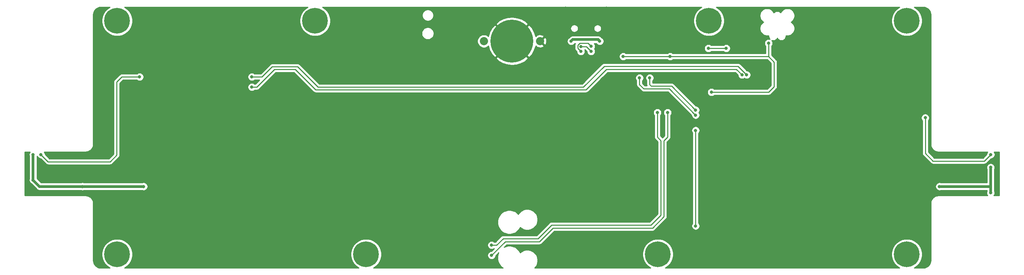
<source format=gbr>
%TF.GenerationSoftware,KiCad,Pcbnew,5.1.8-db9833491~88~ubuntu20.04.1*%
%TF.CreationDate,2020-12-13T16:07:54+05:30*%
%TF.ProjectId,halo,68616c6f-2e6b-4696-9361-645f70636258,v1*%
%TF.SameCoordinates,Original*%
%TF.FileFunction,Copper,L2,Bot*%
%TF.FilePolarity,Positive*%
%FSLAX46Y46*%
G04 Gerber Fmt 4.6, Leading zero omitted, Abs format (unit mm)*
G04 Created by KiCad (PCBNEW 5.1.8-db9833491~88~ubuntu20.04.1) date 2020-12-13 16:07:54*
%MOMM*%
%LPD*%
G01*
G04 APERTURE LIST*
%TA.AperFunction,ComponentPad*%
%ADD10C,6.400000*%
%TD*%
%TA.AperFunction,ComponentPad*%
%ADD11C,0.800000*%
%TD*%
%TA.AperFunction,ComponentPad*%
%ADD12C,10.668000*%
%TD*%
%TA.AperFunction,ComponentPad*%
%ADD13C,2.032000*%
%TD*%
%TA.AperFunction,ViaPad*%
%ADD14C,0.800000*%
%TD*%
%TA.AperFunction,Conductor*%
%ADD15C,0.508000*%
%TD*%
%TA.AperFunction,Conductor*%
%ADD16C,0.635000*%
%TD*%
%TA.AperFunction,Conductor*%
%ADD17C,0.254000*%
%TD*%
%TA.AperFunction,Conductor*%
%ADD18C,0.100000*%
%TD*%
G04 APERTURE END LIST*
D10*
%TO.P,SC4,1*%
%TO.N,N/C*%
X237998000Y-63500000D03*
D11*
X240398000Y-63500000D03*
X239695056Y-65197056D03*
X237998000Y-65900000D03*
X236300944Y-65197056D03*
X235598000Y-63500000D03*
X236300944Y-61802944D03*
X237998000Y-61100000D03*
X239695056Y-61802944D03*
%TD*%
D10*
%TO.P,SC2,1*%
%TO.N,N/C*%
X90678000Y-63500000D03*
D11*
X93078000Y-63500000D03*
X92375056Y-65197056D03*
X90678000Y-65900000D03*
X88980944Y-65197056D03*
X88278000Y-63500000D03*
X88980944Y-61802944D03*
X90678000Y-61100000D03*
X92375056Y-61802944D03*
%TD*%
D10*
%TO.P,SC3,1*%
%TO.N,N/C*%
X188722000Y-63500000D03*
D11*
X191122000Y-63500000D03*
X190419056Y-65197056D03*
X188722000Y-65900000D03*
X187024944Y-65197056D03*
X186322000Y-63500000D03*
X187024944Y-61802944D03*
X188722000Y-61100000D03*
X190419056Y-61802944D03*
%TD*%
D10*
%TO.P,SC5,1*%
%TO.N,N/C*%
X237998000Y-121666000D03*
D11*
X240398000Y-121666000D03*
X239695056Y-123363056D03*
X237998000Y-124066000D03*
X236300944Y-123363056D03*
X235598000Y-121666000D03*
X236300944Y-119968944D03*
X237998000Y-119266000D03*
X239695056Y-119968944D03*
%TD*%
D10*
%TO.P,SC6,1*%
%TO.N,N/C*%
X176022000Y-121666000D03*
D11*
X178422000Y-121666000D03*
X177719056Y-123363056D03*
X176022000Y-124066000D03*
X174324944Y-123363056D03*
X173622000Y-121666000D03*
X174324944Y-119968944D03*
X176022000Y-119266000D03*
X177719056Y-119968944D03*
%TD*%
D10*
%TO.P,SC7,1*%
%TO.N,N/C*%
X103378000Y-121666000D03*
D11*
X105778000Y-121666000D03*
X105075056Y-123363056D03*
X103378000Y-124066000D03*
X101680944Y-123363056D03*
X100978000Y-121666000D03*
X101680944Y-119968944D03*
X103378000Y-119266000D03*
X105075056Y-119968944D03*
%TD*%
D10*
%TO.P,SC8,1*%
%TO.N,N/C*%
X41402000Y-121666000D03*
D11*
X43802000Y-121666000D03*
X43099056Y-123363056D03*
X41402000Y-124066000D03*
X39704944Y-123363056D03*
X39002000Y-121666000D03*
X39704944Y-119968944D03*
X41402000Y-119266000D03*
X43099056Y-119968944D03*
%TD*%
D12*
%TO.P,J1,2*%
%TO.N,GND*%
X139700000Y-68580000D03*
D13*
%TO.P,J1,1*%
%TO.N,/Vin*%
X132715000Y-68580000D03*
%TO.P,J1,2*%
%TO.N,GND*%
X146685000Y-68580000D03*
%TD*%
D11*
%TO.P,SC1,1*%
%TO.N,N/C*%
X43099056Y-61802944D03*
X41402000Y-61100000D03*
X39704944Y-61802944D03*
X39002000Y-63500000D03*
X39704944Y-65197056D03*
X41402000Y-65900000D03*
X43099056Y-65197056D03*
X43802000Y-63500000D03*
D10*
X41402000Y-63500000D03*
%TD*%
D14*
%TO.N,GND*%
X164973000Y-65913000D03*
X92710000Y-116332000D03*
X62230000Y-116459000D03*
X190500000Y-118110000D03*
X168910000Y-116459000D03*
X199390000Y-116332000D03*
X229870000Y-116459000D03*
X225044000Y-82550000D03*
X232156000Y-82550000D03*
X44450000Y-86741000D03*
X47244000Y-82550000D03*
X54356000Y-82550000D03*
X74930000Y-86741000D03*
X22682200Y-100025200D03*
X28117800Y-103174800D03*
X22682200Y-106400600D03*
X28143200Y-96824800D03*
X37922200Y-106375200D03*
X43383200Y-103174800D03*
X37922200Y-99999800D03*
X43332400Y-96824800D03*
X53162200Y-106375200D03*
X58597800Y-103174800D03*
X53136800Y-100025200D03*
X58597800Y-96824800D03*
X68427600Y-106375200D03*
X73837800Y-103200200D03*
X68402200Y-100025200D03*
X73837800Y-96824800D03*
X83642200Y-106375200D03*
X89077800Y-103174800D03*
X83642200Y-100025200D03*
X89077800Y-96799400D03*
X98882200Y-106375200D03*
X104317800Y-103174800D03*
X98882200Y-100025200D03*
X104317800Y-96824800D03*
X114122200Y-106375200D03*
X119557800Y-103174800D03*
X114122200Y-100025200D03*
X119583200Y-96824800D03*
X129362200Y-106400600D03*
X134797800Y-103174800D03*
X129362200Y-100025200D03*
X134797800Y-96824800D03*
X144576800Y-106375200D03*
X150037800Y-103174800D03*
X144602200Y-100025200D03*
X150037800Y-96824800D03*
X159842200Y-106375200D03*
X165277800Y-103174800D03*
X159842200Y-100025200D03*
X165277800Y-96824800D03*
X175082200Y-106375200D03*
X180517800Y-103174800D03*
X175082200Y-100025200D03*
X180517800Y-96850200D03*
X190296800Y-106375200D03*
X195783200Y-103149400D03*
X190296800Y-100025200D03*
X195757800Y-96824800D03*
X205562200Y-106375200D03*
X210997800Y-103174800D03*
X205536800Y-100025200D03*
X210997800Y-96824800D03*
X220802200Y-106375200D03*
X226237800Y-103174800D03*
X220776800Y-100025200D03*
X226237800Y-96824800D03*
X236042200Y-106375200D03*
X241477800Y-103174800D03*
X236042200Y-100025200D03*
X241477800Y-96824800D03*
X251282200Y-106375200D03*
X256717800Y-103174800D03*
X251282200Y-100025200D03*
X179070000Y-67005200D03*
X181610000Y-67005200D03*
X193675000Y-90805000D03*
X196215000Y-90805000D03*
X203515000Y-78547000D03*
X200406000Y-79375000D03*
X203515001Y-75854600D03*
X195122800Y-85140800D03*
X195122800Y-83947000D03*
X188518809Y-78455865D03*
X189308572Y-79245628D03*
X181610000Y-86360000D03*
X196215000Y-67818000D03*
X151130000Y-86868000D03*
X208102200Y-67868800D03*
X82067400Y-77470000D03*
X77952600Y-80010000D03*
X77952604Y-82550000D03*
X94919800Y-82321400D03*
X93319600Y-83693000D03*
X256717800Y-96824800D03*
X170103798Y-78435198D03*
X185420000Y-67792600D03*
X175209200Y-70815200D03*
X127000000Y-114300000D03*
X131760000Y-113350000D03*
X130810000Y-114300000D03*
X227838000Y-86868000D03*
X216535000Y-64770000D03*
X175295992Y-78450008D03*
X163195008Y-80645000D03*
X163194978Y-79375000D03*
X163195000Y-78105000D03*
X105410000Y-86868000D03*
X209550000Y-86995000D03*
X209550000Y-85725000D03*
X209550000Y-88265000D03*
X60960000Y-67310000D03*
X59690000Y-67310000D03*
X62230000Y-67310000D03*
X99695000Y-67310000D03*
X98425000Y-67310000D03*
X100965000Y-67310000D03*
X107950000Y-116459000D03*
X148590000Y-120650000D03*
X151892000Y-120650000D03*
X113045000Y-66253600D03*
X113045000Y-64145400D03*
X111252000Y-62153800D03*
X111226600Y-68249800D03*
X153009600Y-60375800D03*
X163245800Y-60375800D03*
X152984200Y-67487800D03*
X149860000Y-77393800D03*
%TO.N,+5V*%
X258876800Y-106375200D03*
X20497800Y-96824800D03*
X20497800Y-103174800D03*
X258876800Y-100025200D03*
X32773000Y-104782000D03*
X48013000Y-104782000D03*
X246133000Y-104782000D03*
%TO.N,/RESET*%
X189357000Y-81280000D03*
X203581000Y-69088000D03*
X167386000Y-72390000D03*
X179070000Y-72390000D03*
%TO.N,/Vusb*%
X161544000Y-68580000D03*
X154439362Y-68587362D03*
%TO.N,/D+*%
X159385000Y-71120000D03*
X156845009Y-69942010D03*
%TO.N,/D-*%
X156845000Y-71120000D03*
X159385000Y-69850000D03*
%TO.N,/SCK*%
X193040000Y-70358000D03*
X188595000Y-70358000D03*
%TO.N,/TXD*%
X185420000Y-86995000D03*
X171450000Y-77724008D03*
%TO.N,/RXD*%
X185420000Y-85725000D03*
X173990000Y-77724000D03*
%TO.N,/SDA*%
X175895000Y-86360000D03*
X134619996Y-119380000D03*
%TO.N,/SCL*%
X178435000Y-86360000D03*
X134620000Y-121920000D03*
%TO.N,/D6~~_CLK*%
X74930000Y-80010000D03*
X196977000Y-76961996D03*
%TO.N,/D5~~_DAT*%
X198120000Y-76962000D03*
X74930000Y-77470000D03*
%TO.N,/D4_MODE*%
X185420000Y-114604800D03*
X185420000Y-90805000D03*
%TO.N,/DAT*%
X22428200Y-96824800D03*
X46990006Y-77470000D03*
%TO.N,/LED_2/DAT_OUT2*%
X258902200Y-96824800D03*
X242595400Y-87655400D03*
%TD*%
D15*
%TO.N,GND*%
X195122800Y-85140800D02*
X195122800Y-83947000D01*
D16*
%TO.N,+5V*%
X20497800Y-96824800D02*
X20497800Y-98501200D01*
X20497800Y-98501200D02*
X20497800Y-103174800D01*
X258876800Y-105079800D02*
X258876800Y-106375200D01*
X258876800Y-105079800D02*
X258876800Y-100025200D01*
X22105000Y-104782000D02*
X32773000Y-104782000D01*
X20497800Y-103174800D02*
X22105000Y-104782000D01*
X32773000Y-104782000D02*
X48013000Y-104782000D01*
X246698685Y-104782000D02*
X246133000Y-104782000D01*
X258869800Y-104782000D02*
X246698685Y-104782000D01*
X258876800Y-104775000D02*
X258869800Y-104782000D01*
D17*
%TO.N,/RESET*%
X203581000Y-81280000D02*
X189357000Y-81280000D01*
X204978000Y-73787000D02*
X204978000Y-79883000D01*
X204978000Y-79883000D02*
X203581000Y-81280000D01*
X203581000Y-72390000D02*
X204978000Y-73787000D01*
X203581000Y-72390000D02*
X203581000Y-69088000D01*
X203581000Y-72390000D02*
X179070000Y-72390000D01*
X167386000Y-72390000D02*
X179070000Y-72390000D01*
D16*
%TO.N,/Vusb*%
X154846723Y-68180001D02*
X154439362Y-68587362D01*
X161144001Y-68180001D02*
X154846723Y-68180001D01*
X161544000Y-68580000D02*
X161144001Y-68180001D01*
D17*
%TO.N,/D+*%
X159385000Y-71120000D02*
X158207010Y-69942010D01*
X158207010Y-69942010D02*
X156845009Y-69942010D01*
%TO.N,/D-*%
X156845000Y-71120000D02*
X156117999Y-70392999D01*
X156117999Y-70392999D02*
X156117999Y-69561001D01*
X156117999Y-69561001D02*
X156591000Y-69088000D01*
X156591000Y-69088000D02*
X158623000Y-69088000D01*
X158623000Y-69088000D02*
X159385000Y-69850000D01*
%TO.N,/SCK*%
X193040000Y-70358000D02*
X188595000Y-70358000D01*
%TO.N,/TXD*%
X185420000Y-86995000D02*
X178834999Y-80409999D01*
X178834999Y-80409999D02*
X172484999Y-80409999D01*
X171450000Y-79375000D02*
X172484999Y-80409999D01*
X171450000Y-77724008D02*
X171450000Y-79375000D01*
%TO.N,/RXD*%
X185420000Y-85725000D02*
X179469983Y-79774983D01*
X179469983Y-79774983D02*
X174389999Y-79774983D01*
X173990000Y-79374984D02*
X174389999Y-79774983D01*
X173990000Y-77724000D02*
X173990000Y-79374984D01*
%TO.N,/SDA*%
X137541000Y-117729000D02*
X135890000Y-119380000D01*
X146177000Y-117729000D02*
X137541000Y-117729000D01*
X135890000Y-119380000D02*
X134619996Y-119380000D01*
X149542500Y-114363500D02*
X146177000Y-117729000D01*
X174307500Y-114363500D02*
X149542500Y-114363500D01*
X176784000Y-111887000D02*
X174307500Y-114363500D01*
X176784000Y-93345000D02*
X176784000Y-111887000D01*
X175895000Y-92456000D02*
X176784000Y-93345000D01*
X175895000Y-86360000D02*
X175895000Y-92456000D01*
%TO.N,/SCL*%
X138049000Y-118491000D02*
X134620000Y-121920000D01*
X146558000Y-118491000D02*
X138049000Y-118491000D01*
X149923500Y-115125500D02*
X146558000Y-118491000D01*
X174688500Y-115125500D02*
X149923500Y-115125500D01*
X177546000Y-112268000D02*
X174688500Y-115125500D01*
X177546000Y-93345000D02*
X177546000Y-112268000D01*
X178435000Y-92456000D02*
X177546000Y-93345000D01*
X178435000Y-86360000D02*
X178435000Y-92456000D01*
%TO.N,/D6~~_CLK*%
X80610343Y-75565000D02*
X76165343Y-80010000D01*
X85725000Y-75565000D02*
X80610343Y-75565000D01*
X90805000Y-80645000D02*
X85725000Y-75565000D01*
X158115000Y-80645000D02*
X90805000Y-80645000D01*
X76165343Y-80010000D02*
X74930000Y-80010000D01*
X195580004Y-75565000D02*
X163195000Y-75565000D01*
X163195000Y-75565000D02*
X158115000Y-80645000D01*
X196977000Y-76961996D02*
X195580004Y-75565000D01*
%TO.N,/D5~~_DAT*%
X77470000Y-77470000D02*
X74930000Y-77470000D01*
X91443533Y-80010000D02*
X86363533Y-74930000D01*
X157480000Y-80010000D02*
X91443533Y-80010000D01*
X162687000Y-74803000D02*
X157480000Y-80010000D01*
X80010000Y-74930000D02*
X77470000Y-77470000D01*
X86363533Y-74930000D02*
X80010000Y-74930000D01*
X195961000Y-74803000D02*
X162687000Y-74803000D01*
X198120000Y-76962000D02*
X195961000Y-74803000D01*
%TO.N,/D4_MODE*%
X185420000Y-114604800D02*
X185420000Y-90805000D01*
%TO.N,/DAT*%
X24206200Y-98602800D02*
X22428200Y-96824800D01*
X39649400Y-98602800D02*
X24206200Y-98602800D01*
X41275000Y-96977200D02*
X39649400Y-98602800D01*
X41275000Y-78740000D02*
X41275000Y-96977200D01*
X42545000Y-77470000D02*
X41275000Y-78740000D01*
X46990006Y-77470000D02*
X42545000Y-77470000D01*
%TO.N,/LED_2/DAT_OUT2*%
X244500400Y-98425000D02*
X242595400Y-96520000D01*
X242595400Y-96520000D02*
X242595400Y-87655400D01*
X257302000Y-98425000D02*
X244500400Y-98425000D01*
X258902200Y-96824800D02*
X257302000Y-98425000D01*
%TD*%
%TO.N,GND*%
X39585446Y-60101467D02*
X38957330Y-60521161D01*
X38423161Y-61055330D01*
X38003467Y-61683446D01*
X37714377Y-62381372D01*
X37567000Y-63122285D01*
X37567000Y-63877715D01*
X37714377Y-64618628D01*
X38003467Y-65316554D01*
X38423161Y-65944670D01*
X38957330Y-66478839D01*
X39585446Y-66898533D01*
X40283372Y-67187623D01*
X41024285Y-67335000D01*
X41779715Y-67335000D01*
X42520628Y-67187623D01*
X43218554Y-66898533D01*
X43846670Y-66478839D01*
X44380839Y-65944670D01*
X44800533Y-65316554D01*
X45089623Y-64618628D01*
X45237000Y-63877715D01*
X45237000Y-63122285D01*
X45089623Y-62381372D01*
X44800533Y-61683446D01*
X44380839Y-61055330D01*
X43846670Y-60521161D01*
X43218554Y-60101467D01*
X43205355Y-60096000D01*
X88874645Y-60096000D01*
X88861446Y-60101467D01*
X88233330Y-60521161D01*
X87699161Y-61055330D01*
X87279467Y-61683446D01*
X86990377Y-62381372D01*
X86843000Y-63122285D01*
X86843000Y-63877715D01*
X86990377Y-64618628D01*
X87279467Y-65316554D01*
X87699161Y-65944670D01*
X88233330Y-66478839D01*
X88861446Y-66898533D01*
X89559372Y-67187623D01*
X90300285Y-67335000D01*
X91055715Y-67335000D01*
X91796628Y-67187623D01*
X92494554Y-66898533D01*
X93092772Y-66498816D01*
X117210000Y-66498816D01*
X117210000Y-66801184D01*
X117268989Y-67097743D01*
X117384701Y-67377095D01*
X117552688Y-67628505D01*
X117766495Y-67842312D01*
X118017905Y-68010299D01*
X118297257Y-68126011D01*
X118593816Y-68185000D01*
X118896184Y-68185000D01*
X119192743Y-68126011D01*
X119472095Y-68010299D01*
X119723505Y-67842312D01*
X119937312Y-67628505D01*
X120105299Y-67377095D01*
X120221011Y-67097743D01*
X120280000Y-66801184D01*
X120280000Y-66498816D01*
X120221011Y-66202257D01*
X120105299Y-65922905D01*
X119937312Y-65671495D01*
X119723505Y-65457688D01*
X119472095Y-65289701D01*
X119192743Y-65173989D01*
X118896184Y-65115000D01*
X118593816Y-65115000D01*
X118297257Y-65173989D01*
X118017905Y-65289701D01*
X117766495Y-65457688D01*
X117552688Y-65671495D01*
X117384701Y-65922905D01*
X117268989Y-66202257D01*
X117210000Y-66498816D01*
X93092772Y-66498816D01*
X93122670Y-66478839D01*
X93656839Y-65944670D01*
X94076533Y-65316554D01*
X94365623Y-64618628D01*
X94416612Y-64362285D01*
X135661890Y-64362285D01*
X139700000Y-68400395D01*
X143738110Y-64362285D01*
X143121931Y-63654052D01*
X142095175Y-63081117D01*
X140976374Y-62719501D01*
X139808523Y-62583101D01*
X138636501Y-62677158D01*
X137505348Y-62998058D01*
X136458536Y-63533469D01*
X136278069Y-63654052D01*
X135661890Y-64362285D01*
X94416612Y-64362285D01*
X94513000Y-63877715D01*
X94513000Y-63122285D01*
X94365623Y-62381372D01*
X94211243Y-62008665D01*
X117310000Y-62008665D01*
X117310000Y-62291335D01*
X117365147Y-62568574D01*
X117473320Y-62829727D01*
X117630363Y-63064759D01*
X117830241Y-63264637D01*
X118065273Y-63421680D01*
X118326426Y-63529853D01*
X118603665Y-63585000D01*
X118886335Y-63585000D01*
X119163574Y-63529853D01*
X119424727Y-63421680D01*
X119659759Y-63264637D01*
X119859637Y-63064759D01*
X120016680Y-62829727D01*
X120124853Y-62568574D01*
X120180000Y-62291335D01*
X120180000Y-62008665D01*
X120124853Y-61731426D01*
X120016680Y-61470273D01*
X119859637Y-61235241D01*
X119659759Y-61035363D01*
X119424727Y-60878320D01*
X119163574Y-60770147D01*
X118886335Y-60715000D01*
X118603665Y-60715000D01*
X118326426Y-60770147D01*
X118065273Y-60878320D01*
X117830241Y-61035363D01*
X117630363Y-61235241D01*
X117473320Y-61470273D01*
X117365147Y-61731426D01*
X117310000Y-62008665D01*
X94211243Y-62008665D01*
X94076533Y-61683446D01*
X93656839Y-61055330D01*
X93122670Y-60521161D01*
X92494554Y-60101467D01*
X92481355Y-60096000D01*
X186918645Y-60096000D01*
X186905446Y-60101467D01*
X186277330Y-60521161D01*
X185743161Y-61055330D01*
X185323467Y-61683446D01*
X185034377Y-62381372D01*
X184887000Y-63122285D01*
X184887000Y-63877715D01*
X185034377Y-64618628D01*
X185323467Y-65316554D01*
X185743161Y-65944670D01*
X186277330Y-66478839D01*
X186905446Y-66898533D01*
X187603372Y-67187623D01*
X188344285Y-67335000D01*
X189099715Y-67335000D01*
X189840628Y-67187623D01*
X190538554Y-66898533D01*
X191166670Y-66478839D01*
X191700839Y-65944670D01*
X192120533Y-65316554D01*
X192409623Y-64618628D01*
X192557000Y-63877715D01*
X192557000Y-63122285D01*
X192409623Y-62381372D01*
X192120533Y-61683446D01*
X191700839Y-61055330D01*
X191166670Y-60521161D01*
X190538554Y-60101467D01*
X190525355Y-60096000D01*
X236194645Y-60096000D01*
X236181446Y-60101467D01*
X235553330Y-60521161D01*
X235019161Y-61055330D01*
X234599467Y-61683446D01*
X234310377Y-62381372D01*
X234163000Y-63122285D01*
X234163000Y-63877715D01*
X234310377Y-64618628D01*
X234599467Y-65316554D01*
X235019161Y-65944670D01*
X235553330Y-66478839D01*
X236181446Y-66898533D01*
X236879372Y-67187623D01*
X237620285Y-67335000D01*
X238375715Y-67335000D01*
X239116628Y-67187623D01*
X239814554Y-66898533D01*
X240442670Y-66478839D01*
X240976839Y-65944670D01*
X241396533Y-65316554D01*
X241685623Y-64618628D01*
X241833000Y-63877715D01*
X241833000Y-63122285D01*
X241685623Y-62381372D01*
X241396533Y-61683446D01*
X240976839Y-61055330D01*
X240442670Y-60521161D01*
X239814554Y-60101467D01*
X239801355Y-60096000D01*
X242029721Y-60096000D01*
X242426545Y-60134909D01*
X242777208Y-60240780D01*
X243100625Y-60412744D01*
X243384484Y-60644254D01*
X243617965Y-60926486D01*
X243792183Y-61248695D01*
X243900502Y-61598614D01*
X243942001Y-61993452D01*
X243942000Y-94266418D01*
X243944802Y-94294864D01*
X243944747Y-94302682D01*
X243945646Y-94311853D01*
X243971554Y-94558357D01*
X243983589Y-94616986D01*
X243994792Y-94675716D01*
X243997456Y-94684538D01*
X244070751Y-94921314D01*
X244093931Y-94976457D01*
X244116339Y-95031920D01*
X244120665Y-95040054D01*
X244120667Y-95040059D01*
X244120670Y-95040064D01*
X244238553Y-95258086D01*
X244271988Y-95307654D01*
X244304759Y-95357735D01*
X244310584Y-95364876D01*
X244468577Y-95555856D01*
X244511012Y-95597995D01*
X244552875Y-95640745D01*
X244559976Y-95646618D01*
X244752053Y-95803273D01*
X244801875Y-95836374D01*
X244851237Y-95870173D01*
X244859343Y-95874556D01*
X245078191Y-95990919D01*
X245133479Y-96013707D01*
X245188475Y-96037279D01*
X245197278Y-96040003D01*
X245434559Y-96111643D01*
X245493246Y-96123264D01*
X245551752Y-96135700D01*
X245560915Y-96136663D01*
X245560917Y-96136663D01*
X245807595Y-96160850D01*
X245807598Y-96160850D01*
X245839581Y-96164000D01*
X258099289Y-96164000D01*
X258098263Y-96165026D01*
X257984995Y-96334544D01*
X257906974Y-96522902D01*
X257867200Y-96722861D01*
X257867200Y-96782170D01*
X256986370Y-97663000D01*
X244816031Y-97663000D01*
X243357400Y-96204370D01*
X243357400Y-88357111D01*
X243399337Y-88315174D01*
X243512605Y-88145656D01*
X243590626Y-87957298D01*
X243630400Y-87757339D01*
X243630400Y-87553461D01*
X243590626Y-87353502D01*
X243512605Y-87165144D01*
X243399337Y-86995626D01*
X243255174Y-86851463D01*
X243085656Y-86738195D01*
X242897298Y-86660174D01*
X242697339Y-86620400D01*
X242493461Y-86620400D01*
X242293502Y-86660174D01*
X242105144Y-86738195D01*
X241935626Y-86851463D01*
X241791463Y-86995626D01*
X241678195Y-87165144D01*
X241600174Y-87353502D01*
X241560400Y-87553461D01*
X241560400Y-87757339D01*
X241600174Y-87957298D01*
X241678195Y-88145656D01*
X241791463Y-88315174D01*
X241833401Y-88357112D01*
X241833400Y-96482577D01*
X241829714Y-96520000D01*
X241833400Y-96557423D01*
X241833400Y-96557425D01*
X241844426Y-96669377D01*
X241887998Y-96813014D01*
X241887999Y-96813015D01*
X241958755Y-96945392D01*
X241998383Y-96993678D01*
X242053978Y-97061422D01*
X242083054Y-97085284D01*
X243935121Y-98937352D01*
X243958978Y-98966422D01*
X243988048Y-98990279D01*
X244075007Y-99061645D01*
X244145764Y-99099465D01*
X244207385Y-99132402D01*
X244351022Y-99175974D01*
X244462974Y-99187000D01*
X244462977Y-99187000D01*
X244500400Y-99190686D01*
X244537823Y-99187000D01*
X257264577Y-99187000D01*
X257302000Y-99190686D01*
X257339423Y-99187000D01*
X257339426Y-99187000D01*
X257451378Y-99175974D01*
X257595015Y-99132402D01*
X257727392Y-99061645D01*
X257843422Y-98966422D01*
X257867284Y-98937346D01*
X258944830Y-97859800D01*
X259004139Y-97859800D01*
X259204098Y-97820026D01*
X259392456Y-97742005D01*
X259561974Y-97628737D01*
X259706137Y-97484574D01*
X259819405Y-97315056D01*
X259897426Y-97126698D01*
X259937200Y-96926739D01*
X259937200Y-96722861D01*
X259897426Y-96522902D01*
X259819405Y-96334544D01*
X259706137Y-96165026D01*
X259705111Y-96164000D01*
X260960001Y-96164000D01*
X260960000Y-107036000D01*
X259679711Y-107036000D01*
X259680737Y-107034974D01*
X259794005Y-106865456D01*
X259872026Y-106677098D01*
X259911800Y-106477139D01*
X259911800Y-106273261D01*
X259872026Y-106073302D01*
X259829300Y-105970153D01*
X259829300Y-104821785D01*
X259833908Y-104775001D01*
X259829300Y-104728216D01*
X259829300Y-100430247D01*
X259872026Y-100327098D01*
X259911800Y-100127139D01*
X259911800Y-99923261D01*
X259872026Y-99723302D01*
X259794005Y-99534944D01*
X259680737Y-99365426D01*
X259536574Y-99221263D01*
X259367056Y-99107995D01*
X259178698Y-99029974D01*
X258978739Y-98990200D01*
X258774861Y-98990200D01*
X258574902Y-99029974D01*
X258386544Y-99107995D01*
X258217026Y-99221263D01*
X258072863Y-99365426D01*
X257959595Y-99534944D01*
X257881574Y-99723302D01*
X257841800Y-99923261D01*
X257841800Y-100127139D01*
X257881574Y-100327098D01*
X257924301Y-100430249D01*
X257924300Y-103829500D01*
X246538047Y-103829500D01*
X246434898Y-103786774D01*
X246234939Y-103747000D01*
X246031061Y-103747000D01*
X245831102Y-103786774D01*
X245642744Y-103864795D01*
X245473226Y-103978063D01*
X245329063Y-104122226D01*
X245215795Y-104291744D01*
X245137774Y-104480102D01*
X245098000Y-104680061D01*
X245098000Y-104883939D01*
X245137774Y-105083898D01*
X245215795Y-105272256D01*
X245329063Y-105441774D01*
X245473226Y-105585937D01*
X245642744Y-105699205D01*
X245831102Y-105777226D01*
X246031061Y-105817000D01*
X246234939Y-105817000D01*
X246434898Y-105777226D01*
X246538047Y-105734500D01*
X257924301Y-105734500D01*
X257924301Y-105970151D01*
X257881574Y-106073302D01*
X257841800Y-106273261D01*
X257841800Y-106477139D01*
X257881574Y-106677098D01*
X257959595Y-106865456D01*
X258072863Y-107034974D01*
X258073889Y-107036000D01*
X245839581Y-107036000D01*
X245811135Y-107038802D01*
X245803318Y-107038747D01*
X245794147Y-107039646D01*
X245547644Y-107065554D01*
X245489028Y-107077586D01*
X245430284Y-107088792D01*
X245421462Y-107091456D01*
X245184686Y-107164751D01*
X245129555Y-107187926D01*
X245074080Y-107210339D01*
X245065944Y-107214666D01*
X244847914Y-107332554D01*
X244798346Y-107365988D01*
X244748265Y-107398760D01*
X244741124Y-107404584D01*
X244550144Y-107562577D01*
X244508005Y-107605012D01*
X244465255Y-107646875D01*
X244459381Y-107653976D01*
X244302727Y-107846054D01*
X244269655Y-107895831D01*
X244235826Y-107945237D01*
X244231444Y-107953343D01*
X244115081Y-108172191D01*
X244092298Y-108227468D01*
X244068721Y-108282475D01*
X244065997Y-108291278D01*
X243994357Y-108528559D01*
X243982736Y-108587246D01*
X243970300Y-108645752D01*
X243969337Y-108654917D01*
X243945150Y-108901595D01*
X243942000Y-108933582D01*
X243942001Y-123157711D01*
X243903091Y-123554545D01*
X243797220Y-123905206D01*
X243625257Y-124228623D01*
X243393748Y-124512482D01*
X243111514Y-124745965D01*
X242789304Y-124920184D01*
X242439385Y-125028502D01*
X242044557Y-125070000D01*
X239801355Y-125070000D01*
X239814554Y-125064533D01*
X240442670Y-124644839D01*
X240976839Y-124110670D01*
X241396533Y-123482554D01*
X241685623Y-122784628D01*
X241833000Y-122043715D01*
X241833000Y-121288285D01*
X241685623Y-120547372D01*
X241396533Y-119849446D01*
X240976839Y-119221330D01*
X240442670Y-118687161D01*
X239814554Y-118267467D01*
X239116628Y-117978377D01*
X238375715Y-117831000D01*
X237620285Y-117831000D01*
X236879372Y-117978377D01*
X236181446Y-118267467D01*
X235553330Y-118687161D01*
X235019161Y-119221330D01*
X234599467Y-119849446D01*
X234310377Y-120547372D01*
X234163000Y-121288285D01*
X234163000Y-122043715D01*
X234310377Y-122784628D01*
X234599467Y-123482554D01*
X235019161Y-124110670D01*
X235553330Y-124644839D01*
X236181446Y-125064533D01*
X236194645Y-125070000D01*
X177825355Y-125070000D01*
X177838554Y-125064533D01*
X178466670Y-124644839D01*
X179000839Y-124110670D01*
X179420533Y-123482554D01*
X179709623Y-122784628D01*
X179857000Y-122043715D01*
X179857000Y-121288285D01*
X179709623Y-120547372D01*
X179420533Y-119849446D01*
X179000839Y-119221330D01*
X178466670Y-118687161D01*
X177838554Y-118267467D01*
X177140628Y-117978377D01*
X176399715Y-117831000D01*
X175644285Y-117831000D01*
X174903372Y-117978377D01*
X174205446Y-118267467D01*
X173577330Y-118687161D01*
X173043161Y-119221330D01*
X172623467Y-119849446D01*
X172334377Y-120547372D01*
X172187000Y-121288285D01*
X172187000Y-122043715D01*
X172334377Y-122784628D01*
X172623467Y-123482554D01*
X173043161Y-124110670D01*
X173577330Y-124644839D01*
X174205446Y-125064533D01*
X174218645Y-125070000D01*
X145311904Y-125070000D01*
X145532270Y-124849634D01*
X145817192Y-124423220D01*
X146013449Y-123949413D01*
X146113500Y-123446422D01*
X146113500Y-122933578D01*
X146013449Y-122430587D01*
X145817192Y-121956780D01*
X145532270Y-121530366D01*
X145169634Y-121167730D01*
X144743220Y-120882808D01*
X144269413Y-120686551D01*
X143766422Y-120586500D01*
X143253578Y-120586500D01*
X142750587Y-120686551D01*
X142276780Y-120882808D01*
X141850366Y-121167730D01*
X141758731Y-121259365D01*
X141709830Y-121141309D01*
X141383213Y-120652492D01*
X140967508Y-120236787D01*
X140478691Y-119910170D01*
X139935547Y-119685192D01*
X139358948Y-119570500D01*
X138771052Y-119570500D01*
X138194453Y-119685192D01*
X137747166Y-119870465D01*
X138364631Y-119253000D01*
X146520577Y-119253000D01*
X146558000Y-119256686D01*
X146595423Y-119253000D01*
X146595426Y-119253000D01*
X146707378Y-119241974D01*
X146851015Y-119198402D01*
X146983392Y-119127645D01*
X147099422Y-119032422D01*
X147123284Y-119003346D01*
X150239131Y-115887500D01*
X174651077Y-115887500D01*
X174688500Y-115891186D01*
X174725923Y-115887500D01*
X174725926Y-115887500D01*
X174837878Y-115876474D01*
X174981515Y-115832902D01*
X175113892Y-115762145D01*
X175229922Y-115666922D01*
X175253784Y-115637846D01*
X178058352Y-112833279D01*
X178087422Y-112809422D01*
X178182645Y-112693392D01*
X178253402Y-112561015D01*
X178296974Y-112417378D01*
X178308000Y-112305426D01*
X178308000Y-112305424D01*
X178311686Y-112268001D01*
X178308000Y-112230578D01*
X178308000Y-93660630D01*
X178947351Y-93021279D01*
X178976422Y-92997422D01*
X179003772Y-92964096D01*
X179071645Y-92881393D01*
X179142401Y-92749016D01*
X179142402Y-92749015D01*
X179185974Y-92605378D01*
X179197000Y-92493426D01*
X179197000Y-92493423D01*
X179200686Y-92456000D01*
X179197000Y-92418577D01*
X179197000Y-90703061D01*
X184385000Y-90703061D01*
X184385000Y-90906939D01*
X184424774Y-91106898D01*
X184502795Y-91295256D01*
X184616063Y-91464774D01*
X184658001Y-91506712D01*
X184658000Y-113903089D01*
X184616063Y-113945026D01*
X184502795Y-114114544D01*
X184424774Y-114302902D01*
X184385000Y-114502861D01*
X184385000Y-114706739D01*
X184424774Y-114906698D01*
X184502795Y-115095056D01*
X184616063Y-115264574D01*
X184760226Y-115408737D01*
X184929744Y-115522005D01*
X185118102Y-115600026D01*
X185318061Y-115639800D01*
X185521939Y-115639800D01*
X185721898Y-115600026D01*
X185910256Y-115522005D01*
X186079774Y-115408737D01*
X186223937Y-115264574D01*
X186337205Y-115095056D01*
X186415226Y-114906698D01*
X186455000Y-114706739D01*
X186455000Y-114502861D01*
X186415226Y-114302902D01*
X186337205Y-114114544D01*
X186223937Y-113945026D01*
X186182000Y-113903089D01*
X186182000Y-91506711D01*
X186223937Y-91464774D01*
X186337205Y-91295256D01*
X186415226Y-91106898D01*
X186455000Y-90906939D01*
X186455000Y-90703061D01*
X186415226Y-90503102D01*
X186337205Y-90314744D01*
X186223937Y-90145226D01*
X186079774Y-90001063D01*
X185910256Y-89887795D01*
X185721898Y-89809774D01*
X185521939Y-89770000D01*
X185318061Y-89770000D01*
X185118102Y-89809774D01*
X184929744Y-89887795D01*
X184760226Y-90001063D01*
X184616063Y-90145226D01*
X184502795Y-90314744D01*
X184424774Y-90503102D01*
X184385000Y-90703061D01*
X179197000Y-90703061D01*
X179197000Y-87061711D01*
X179238937Y-87019774D01*
X179352205Y-86850256D01*
X179430226Y-86661898D01*
X179470000Y-86461939D01*
X179470000Y-86258061D01*
X179430226Y-86058102D01*
X179352205Y-85869744D01*
X179238937Y-85700226D01*
X179094774Y-85556063D01*
X178925256Y-85442795D01*
X178736898Y-85364774D01*
X178536939Y-85325000D01*
X178333061Y-85325000D01*
X178133102Y-85364774D01*
X177944744Y-85442795D01*
X177775226Y-85556063D01*
X177631063Y-85700226D01*
X177517795Y-85869744D01*
X177439774Y-86058102D01*
X177400000Y-86258061D01*
X177400000Y-86461939D01*
X177439774Y-86661898D01*
X177517795Y-86850256D01*
X177631063Y-87019774D01*
X177673000Y-87061711D01*
X177673001Y-92140368D01*
X177165000Y-92648369D01*
X176657000Y-92140370D01*
X176657000Y-87061711D01*
X176698937Y-87019774D01*
X176812205Y-86850256D01*
X176890226Y-86661898D01*
X176930000Y-86461939D01*
X176930000Y-86258061D01*
X176890226Y-86058102D01*
X176812205Y-85869744D01*
X176698937Y-85700226D01*
X176554774Y-85556063D01*
X176385256Y-85442795D01*
X176196898Y-85364774D01*
X175996939Y-85325000D01*
X175793061Y-85325000D01*
X175593102Y-85364774D01*
X175404744Y-85442795D01*
X175235226Y-85556063D01*
X175091063Y-85700226D01*
X174977795Y-85869744D01*
X174899774Y-86058102D01*
X174860000Y-86258061D01*
X174860000Y-86461939D01*
X174899774Y-86661898D01*
X174977795Y-86850256D01*
X175091063Y-87019774D01*
X175133000Y-87061711D01*
X175133001Y-92418567D01*
X175129314Y-92456000D01*
X175144027Y-92605378D01*
X175187599Y-92749015D01*
X175258355Y-92881392D01*
X175329721Y-92968351D01*
X175353579Y-92997422D01*
X175382649Y-93021279D01*
X176022000Y-93660631D01*
X176022001Y-111571368D01*
X173991870Y-113601500D01*
X149579923Y-113601500D01*
X149542500Y-113597814D01*
X149505077Y-113601500D01*
X149505074Y-113601500D01*
X149393122Y-113612526D01*
X149249485Y-113656098D01*
X149190558Y-113687595D01*
X149117107Y-113726855D01*
X149034404Y-113794728D01*
X149001078Y-113822078D01*
X148977221Y-113851148D01*
X145861370Y-116967000D01*
X137578423Y-116967000D01*
X137541000Y-116963314D01*
X137503577Y-116967000D01*
X137503574Y-116967000D01*
X137391622Y-116978026D01*
X137247985Y-117021598D01*
X137186364Y-117054535D01*
X137115607Y-117092355D01*
X137073219Y-117127143D01*
X136999578Y-117187578D01*
X136975716Y-117216654D01*
X135574370Y-118618000D01*
X135321707Y-118618000D01*
X135279770Y-118576063D01*
X135110252Y-118462795D01*
X134921894Y-118384774D01*
X134721935Y-118345000D01*
X134518057Y-118345000D01*
X134318098Y-118384774D01*
X134129740Y-118462795D01*
X133960222Y-118576063D01*
X133816059Y-118720226D01*
X133702791Y-118889744D01*
X133624770Y-119078102D01*
X133584996Y-119278061D01*
X133584996Y-119481939D01*
X133624770Y-119681898D01*
X133702791Y-119870256D01*
X133816059Y-120039774D01*
X133960222Y-120183937D01*
X134129740Y-120297205D01*
X134318098Y-120375226D01*
X134518057Y-120415000D01*
X134721935Y-120415000D01*
X134921894Y-120375226D01*
X135110252Y-120297205D01*
X135275740Y-120186630D01*
X134577370Y-120885000D01*
X134518061Y-120885000D01*
X134318102Y-120924774D01*
X134129744Y-121002795D01*
X133960226Y-121116063D01*
X133816063Y-121260226D01*
X133702795Y-121429744D01*
X133624774Y-121618102D01*
X133585000Y-121818061D01*
X133585000Y-122021939D01*
X133624774Y-122221898D01*
X133702795Y-122410256D01*
X133816063Y-122579774D01*
X133960226Y-122723937D01*
X134129744Y-122837205D01*
X134318102Y-122915226D01*
X134518061Y-122955000D01*
X134721939Y-122955000D01*
X134921898Y-122915226D01*
X135110256Y-122837205D01*
X135279774Y-122723937D01*
X135423937Y-122579774D01*
X135537205Y-122410256D01*
X135615226Y-122221898D01*
X135655000Y-122021939D01*
X135655000Y-121962630D01*
X136380465Y-121237165D01*
X136195192Y-121684453D01*
X136080500Y-122261052D01*
X136080500Y-122848948D01*
X136195192Y-123425547D01*
X136420170Y-123968691D01*
X136746787Y-124457508D01*
X137162492Y-124873213D01*
X137457005Y-125070000D01*
X105181355Y-125070000D01*
X105194554Y-125064533D01*
X105822670Y-124644839D01*
X106356839Y-124110670D01*
X106776533Y-123482554D01*
X107065623Y-122784628D01*
X107213000Y-122043715D01*
X107213000Y-121288285D01*
X107065623Y-120547372D01*
X106776533Y-119849446D01*
X106356839Y-119221330D01*
X105822670Y-118687161D01*
X105194554Y-118267467D01*
X104496628Y-117978377D01*
X103755715Y-117831000D01*
X103000285Y-117831000D01*
X102259372Y-117978377D01*
X101561446Y-118267467D01*
X100933330Y-118687161D01*
X100399161Y-119221330D01*
X99979467Y-119849446D01*
X99690377Y-120547372D01*
X99543000Y-121288285D01*
X99543000Y-122043715D01*
X99690377Y-122784628D01*
X99979467Y-123482554D01*
X100399161Y-124110670D01*
X100933330Y-124644839D01*
X101561446Y-125064533D01*
X101574645Y-125070000D01*
X43205355Y-125070000D01*
X43218554Y-125064533D01*
X43846670Y-124644839D01*
X44380839Y-124110670D01*
X44800533Y-123482554D01*
X45089623Y-122784628D01*
X45237000Y-122043715D01*
X45237000Y-121288285D01*
X45089623Y-120547372D01*
X44800533Y-119849446D01*
X44380839Y-119221330D01*
X43846670Y-118687161D01*
X43218554Y-118267467D01*
X42520628Y-117978377D01*
X41779715Y-117831000D01*
X41024285Y-117831000D01*
X40283372Y-117978377D01*
X39585446Y-118267467D01*
X38957330Y-118687161D01*
X38423161Y-119221330D01*
X38003467Y-119849446D01*
X37714377Y-120547372D01*
X37567000Y-121288285D01*
X37567000Y-122043715D01*
X37714377Y-122784628D01*
X38003467Y-123482554D01*
X38423161Y-124110670D01*
X38957330Y-124644839D01*
X39585446Y-125064533D01*
X39598645Y-125070000D01*
X37370279Y-125070000D01*
X36973455Y-125031091D01*
X36622794Y-124925220D01*
X36299377Y-124753257D01*
X36015518Y-124521748D01*
X35782035Y-124239514D01*
X35607816Y-123917304D01*
X35499498Y-123567385D01*
X35458000Y-123172557D01*
X35458000Y-113371052D01*
X136080500Y-113371052D01*
X136080500Y-113958948D01*
X136195192Y-114535547D01*
X136420170Y-115078691D01*
X136746787Y-115567508D01*
X137162492Y-115983213D01*
X137651309Y-116309830D01*
X138194453Y-116534808D01*
X138771052Y-116649500D01*
X139358948Y-116649500D01*
X139935547Y-116534808D01*
X140478691Y-116309830D01*
X140967508Y-115983213D01*
X141383213Y-115567508D01*
X141709830Y-115078691D01*
X141758731Y-114960635D01*
X141850366Y-115052270D01*
X142276780Y-115337192D01*
X142750587Y-115533449D01*
X143253578Y-115633500D01*
X143766422Y-115633500D01*
X144269413Y-115533449D01*
X144743220Y-115337192D01*
X145169634Y-115052270D01*
X145532270Y-114689634D01*
X145817192Y-114263220D01*
X146013449Y-113789413D01*
X146113500Y-113286422D01*
X146113500Y-112773578D01*
X146013449Y-112270587D01*
X145817192Y-111796780D01*
X145532270Y-111370366D01*
X145169634Y-111007730D01*
X144743220Y-110722808D01*
X144269413Y-110526551D01*
X143766422Y-110426500D01*
X143253578Y-110426500D01*
X142750587Y-110526551D01*
X142276780Y-110722808D01*
X141850366Y-111007730D01*
X141487730Y-111370366D01*
X141288802Y-111668081D01*
X140967508Y-111346787D01*
X140478691Y-111020170D01*
X139935547Y-110795192D01*
X139358948Y-110680500D01*
X138771052Y-110680500D01*
X138194453Y-110795192D01*
X137651309Y-111020170D01*
X137162492Y-111346787D01*
X136746787Y-111762492D01*
X136420170Y-112251309D01*
X136195192Y-112794453D01*
X136080500Y-113371052D01*
X35458000Y-113371052D01*
X35458000Y-108933581D01*
X35455198Y-108905135D01*
X35455253Y-108897318D01*
X35454354Y-108888147D01*
X35428446Y-108641644D01*
X35416414Y-108583028D01*
X35405208Y-108524284D01*
X35402544Y-108515462D01*
X35329249Y-108278686D01*
X35306074Y-108223555D01*
X35283661Y-108168080D01*
X35279334Y-108159944D01*
X35161446Y-107941914D01*
X35128012Y-107892346D01*
X35095240Y-107842265D01*
X35089416Y-107835124D01*
X34931423Y-107644144D01*
X34888988Y-107602005D01*
X34847125Y-107559255D01*
X34840024Y-107553381D01*
X34647946Y-107396727D01*
X34598169Y-107363655D01*
X34548763Y-107329826D01*
X34540657Y-107325444D01*
X34321809Y-107209081D01*
X34266532Y-107186298D01*
X34211525Y-107162721D01*
X34202722Y-107159997D01*
X33965441Y-107088357D01*
X33906754Y-107076736D01*
X33848248Y-107064300D01*
X33839085Y-107063337D01*
X33839083Y-107063337D01*
X33592405Y-107039150D01*
X33592402Y-107039150D01*
X33560419Y-107036000D01*
X18440000Y-107036000D01*
X18440000Y-96164000D01*
X19694889Y-96164000D01*
X19693863Y-96165026D01*
X19580595Y-96334544D01*
X19502574Y-96522902D01*
X19462800Y-96722861D01*
X19462800Y-96926739D01*
X19502574Y-97126698D01*
X19545300Y-97229848D01*
X19545301Y-98454406D01*
X19545300Y-98454416D01*
X19545301Y-102769751D01*
X19502574Y-102872902D01*
X19462800Y-103072861D01*
X19462800Y-103276739D01*
X19502574Y-103476698D01*
X19580595Y-103665056D01*
X19693863Y-103834574D01*
X19838026Y-103978737D01*
X20007544Y-104092005D01*
X20110693Y-104134731D01*
X21398397Y-105422436D01*
X21428222Y-105458778D01*
X21573259Y-105577806D01*
X21738731Y-105666252D01*
X21900835Y-105715426D01*
X21918277Y-105720717D01*
X22104999Y-105739108D01*
X22151784Y-105734500D01*
X32367953Y-105734500D01*
X32471102Y-105777226D01*
X32671061Y-105817000D01*
X32874939Y-105817000D01*
X33074898Y-105777226D01*
X33178047Y-105734500D01*
X47607953Y-105734500D01*
X47711102Y-105777226D01*
X47911061Y-105817000D01*
X48114939Y-105817000D01*
X48314898Y-105777226D01*
X48503256Y-105699205D01*
X48672774Y-105585937D01*
X48816937Y-105441774D01*
X48930205Y-105272256D01*
X49008226Y-105083898D01*
X49048000Y-104883939D01*
X49048000Y-104680061D01*
X49008226Y-104480102D01*
X48930205Y-104291744D01*
X48816937Y-104122226D01*
X48672774Y-103978063D01*
X48503256Y-103864795D01*
X48314898Y-103786774D01*
X48114939Y-103747000D01*
X47911061Y-103747000D01*
X47711102Y-103786774D01*
X47607953Y-103829500D01*
X33178047Y-103829500D01*
X33074898Y-103786774D01*
X32874939Y-103747000D01*
X32671061Y-103747000D01*
X32471102Y-103786774D01*
X32367953Y-103829500D01*
X22499539Y-103829500D01*
X21457731Y-102787693D01*
X21450300Y-102769753D01*
X21450300Y-97229847D01*
X21463000Y-97199187D01*
X21510995Y-97315056D01*
X21624263Y-97484574D01*
X21768426Y-97628737D01*
X21937944Y-97742005D01*
X22126302Y-97820026D01*
X22326261Y-97859800D01*
X22385570Y-97859800D01*
X23640916Y-99115146D01*
X23664778Y-99144222D01*
X23721395Y-99190686D01*
X23780807Y-99239445D01*
X23851564Y-99277265D01*
X23913185Y-99310202D01*
X24056822Y-99353774D01*
X24168774Y-99364800D01*
X24168777Y-99364800D01*
X24206200Y-99368486D01*
X24243623Y-99364800D01*
X39611977Y-99364800D01*
X39649400Y-99368486D01*
X39686823Y-99364800D01*
X39686826Y-99364800D01*
X39798778Y-99353774D01*
X39942415Y-99310202D01*
X40074792Y-99239445D01*
X40190822Y-99144222D01*
X40214684Y-99115146D01*
X41787346Y-97542484D01*
X41816422Y-97518622D01*
X41876857Y-97444981D01*
X41911645Y-97402593D01*
X41958434Y-97315056D01*
X41982402Y-97270215D01*
X42025974Y-97126578D01*
X42037000Y-97014626D01*
X42037000Y-97014623D01*
X42040686Y-96977200D01*
X42037000Y-96939777D01*
X42037000Y-79055630D01*
X42860631Y-78232000D01*
X46288295Y-78232000D01*
X46330232Y-78273937D01*
X46499750Y-78387205D01*
X46688108Y-78465226D01*
X46888067Y-78505000D01*
X47091945Y-78505000D01*
X47291904Y-78465226D01*
X47480262Y-78387205D01*
X47649780Y-78273937D01*
X47793943Y-78129774D01*
X47907211Y-77960256D01*
X47985232Y-77771898D01*
X48025006Y-77571939D01*
X48025006Y-77368061D01*
X73895000Y-77368061D01*
X73895000Y-77571939D01*
X73934774Y-77771898D01*
X74012795Y-77960256D01*
X74126063Y-78129774D01*
X74270226Y-78273937D01*
X74439744Y-78387205D01*
X74628102Y-78465226D01*
X74828061Y-78505000D01*
X75031939Y-78505000D01*
X75231898Y-78465226D01*
X75420256Y-78387205D01*
X75589774Y-78273937D01*
X75631711Y-78232000D01*
X76865713Y-78232000D01*
X75849713Y-79248000D01*
X75631711Y-79248000D01*
X75589774Y-79206063D01*
X75420256Y-79092795D01*
X75231898Y-79014774D01*
X75031939Y-78975000D01*
X74828061Y-78975000D01*
X74628102Y-79014774D01*
X74439744Y-79092795D01*
X74270226Y-79206063D01*
X74126063Y-79350226D01*
X74012795Y-79519744D01*
X73934774Y-79708102D01*
X73895000Y-79908061D01*
X73895000Y-80111939D01*
X73934774Y-80311898D01*
X74012795Y-80500256D01*
X74126063Y-80669774D01*
X74270226Y-80813937D01*
X74439744Y-80927205D01*
X74628102Y-81005226D01*
X74828061Y-81045000D01*
X75031939Y-81045000D01*
X75231898Y-81005226D01*
X75420256Y-80927205D01*
X75589774Y-80813937D01*
X75631711Y-80772000D01*
X76127920Y-80772000D01*
X76165343Y-80775686D01*
X76202766Y-80772000D01*
X76202769Y-80772000D01*
X76314721Y-80760974D01*
X76458358Y-80717402D01*
X76590735Y-80646645D01*
X76706765Y-80551422D01*
X76730627Y-80522346D01*
X80925974Y-76327000D01*
X85409370Y-76327000D01*
X90239721Y-81157352D01*
X90263578Y-81186422D01*
X90292648Y-81210279D01*
X90379607Y-81281645D01*
X90450364Y-81319465D01*
X90511985Y-81352402D01*
X90655622Y-81395974D01*
X90767574Y-81407000D01*
X90767577Y-81407000D01*
X90805000Y-81410686D01*
X90842423Y-81407000D01*
X158077577Y-81407000D01*
X158115000Y-81410686D01*
X158152423Y-81407000D01*
X158152426Y-81407000D01*
X158264378Y-81395974D01*
X158408015Y-81352402D01*
X158540392Y-81281645D01*
X158656422Y-81186422D01*
X158680284Y-81157346D01*
X162215561Y-77622069D01*
X170415000Y-77622069D01*
X170415000Y-77825947D01*
X170454774Y-78025906D01*
X170532795Y-78214264D01*
X170646063Y-78383782D01*
X170688000Y-78425719D01*
X170688001Y-79337567D01*
X170684314Y-79375000D01*
X170699027Y-79524378D01*
X170742599Y-79668015D01*
X170813355Y-79800392D01*
X170881150Y-79883000D01*
X170908579Y-79916422D01*
X170937649Y-79940279D01*
X171919715Y-80922345D01*
X171943577Y-80951421D01*
X172009139Y-81005226D01*
X172059606Y-81046644D01*
X172104036Y-81070392D01*
X172191984Y-81117401D01*
X172335621Y-81160973D01*
X172447573Y-81171999D01*
X172447576Y-81171999D01*
X172484999Y-81175685D01*
X172522422Y-81171999D01*
X178519369Y-81171999D01*
X184385000Y-87037630D01*
X184385000Y-87096939D01*
X184424774Y-87296898D01*
X184502795Y-87485256D01*
X184616063Y-87654774D01*
X184760226Y-87798937D01*
X184929744Y-87912205D01*
X185118102Y-87990226D01*
X185318061Y-88030000D01*
X185521939Y-88030000D01*
X185721898Y-87990226D01*
X185910256Y-87912205D01*
X186079774Y-87798937D01*
X186223937Y-87654774D01*
X186337205Y-87485256D01*
X186415226Y-87296898D01*
X186455000Y-87096939D01*
X186455000Y-86893061D01*
X186415226Y-86693102D01*
X186337205Y-86504744D01*
X186240490Y-86360000D01*
X186337205Y-86215256D01*
X186415226Y-86026898D01*
X186455000Y-85826939D01*
X186455000Y-85623061D01*
X186415226Y-85423102D01*
X186337205Y-85234744D01*
X186223937Y-85065226D01*
X186079774Y-84921063D01*
X185910256Y-84807795D01*
X185721898Y-84729774D01*
X185521939Y-84690000D01*
X185462631Y-84690000D01*
X180035267Y-79262637D01*
X180011405Y-79233561D01*
X179895375Y-79138338D01*
X179762998Y-79067581D01*
X179619361Y-79024009D01*
X179507409Y-79012983D01*
X179507406Y-79012983D01*
X179469983Y-79009297D01*
X179432560Y-79012983D01*
X174752000Y-79012983D01*
X174752000Y-78425711D01*
X174793937Y-78383774D01*
X174907205Y-78214256D01*
X174985226Y-78025898D01*
X175025000Y-77825939D01*
X175025000Y-77622061D01*
X174985226Y-77422102D01*
X174907205Y-77233744D01*
X174793937Y-77064226D01*
X174649774Y-76920063D01*
X174480256Y-76806795D01*
X174291898Y-76728774D01*
X174091939Y-76689000D01*
X173888061Y-76689000D01*
X173688102Y-76728774D01*
X173499744Y-76806795D01*
X173330226Y-76920063D01*
X173186063Y-77064226D01*
X173072795Y-77233744D01*
X172994774Y-77422102D01*
X172955000Y-77622061D01*
X172955000Y-77825939D01*
X172994774Y-78025898D01*
X173072795Y-78214256D01*
X173186063Y-78383774D01*
X173228000Y-78425711D01*
X173228001Y-79337551D01*
X173224314Y-79374984D01*
X173239027Y-79524362D01*
X173276532Y-79647999D01*
X172800629Y-79647999D01*
X172212000Y-79059370D01*
X172212000Y-78425719D01*
X172253937Y-78383782D01*
X172367205Y-78214264D01*
X172445226Y-78025906D01*
X172485000Y-77825947D01*
X172485000Y-77622069D01*
X172445226Y-77422110D01*
X172367205Y-77233752D01*
X172253937Y-77064234D01*
X172109774Y-76920071D01*
X171940256Y-76806803D01*
X171751898Y-76728782D01*
X171551939Y-76689008D01*
X171348061Y-76689008D01*
X171148102Y-76728782D01*
X170959744Y-76806803D01*
X170790226Y-76920071D01*
X170646063Y-77064234D01*
X170532795Y-77233752D01*
X170454774Y-77422110D01*
X170415000Y-77622069D01*
X162215561Y-77622069D01*
X163510631Y-76327000D01*
X195264374Y-76327000D01*
X195942000Y-77004626D01*
X195942000Y-77063935D01*
X195981774Y-77263894D01*
X196059795Y-77452252D01*
X196173063Y-77621770D01*
X196317226Y-77765933D01*
X196486744Y-77879201D01*
X196675102Y-77957222D01*
X196875061Y-77996996D01*
X197078939Y-77996996D01*
X197278898Y-77957222D01*
X197467256Y-77879201D01*
X197548497Y-77824918D01*
X197629744Y-77879205D01*
X197818102Y-77957226D01*
X198018061Y-77997000D01*
X198221939Y-77997000D01*
X198421898Y-77957226D01*
X198610256Y-77879205D01*
X198779774Y-77765937D01*
X198923937Y-77621774D01*
X199037205Y-77452256D01*
X199115226Y-77263898D01*
X199155000Y-77063939D01*
X199155000Y-76860061D01*
X199115226Y-76660102D01*
X199037205Y-76471744D01*
X198923937Y-76302226D01*
X198779774Y-76158063D01*
X198610256Y-76044795D01*
X198421898Y-75966774D01*
X198221939Y-75927000D01*
X198162631Y-75927000D01*
X196526284Y-74290654D01*
X196502422Y-74261578D01*
X196386392Y-74166355D01*
X196254015Y-74095598D01*
X196110378Y-74052026D01*
X195998426Y-74041000D01*
X195998423Y-74041000D01*
X195961000Y-74037314D01*
X195923577Y-74041000D01*
X162724422Y-74041000D01*
X162686999Y-74037314D01*
X162649576Y-74041000D01*
X162649574Y-74041000D01*
X162537622Y-74052026D01*
X162393985Y-74095598D01*
X162261608Y-74166355D01*
X162145578Y-74261578D01*
X162121721Y-74290648D01*
X157164370Y-79248000D01*
X91759164Y-79248000D01*
X86928817Y-74417654D01*
X86904955Y-74388578D01*
X86788925Y-74293355D01*
X86656548Y-74222598D01*
X86512911Y-74179026D01*
X86400959Y-74168000D01*
X86400956Y-74168000D01*
X86363533Y-74164314D01*
X86326110Y-74168000D01*
X80047422Y-74168000D01*
X80009999Y-74164314D01*
X79972576Y-74168000D01*
X79972574Y-74168000D01*
X79860622Y-74179026D01*
X79716985Y-74222598D01*
X79584608Y-74293355D01*
X79468578Y-74388578D01*
X79444721Y-74417648D01*
X77154370Y-76708000D01*
X75631711Y-76708000D01*
X75589774Y-76666063D01*
X75420256Y-76552795D01*
X75231898Y-76474774D01*
X75031939Y-76435000D01*
X74828061Y-76435000D01*
X74628102Y-76474774D01*
X74439744Y-76552795D01*
X74270226Y-76666063D01*
X74126063Y-76810226D01*
X74012795Y-76979744D01*
X73934774Y-77168102D01*
X73895000Y-77368061D01*
X48025006Y-77368061D01*
X47985232Y-77168102D01*
X47907211Y-76979744D01*
X47793943Y-76810226D01*
X47649780Y-76666063D01*
X47480262Y-76552795D01*
X47291904Y-76474774D01*
X47091945Y-76435000D01*
X46888067Y-76435000D01*
X46688108Y-76474774D01*
X46499750Y-76552795D01*
X46330232Y-76666063D01*
X46288295Y-76708000D01*
X42582422Y-76708000D01*
X42544999Y-76704314D01*
X42507576Y-76708000D01*
X42507574Y-76708000D01*
X42395622Y-76719026D01*
X42251985Y-76762598D01*
X42119608Y-76833355D01*
X42003578Y-76928578D01*
X41979721Y-76957648D01*
X40762654Y-78174716D01*
X40733578Y-78198578D01*
X40706150Y-78232000D01*
X40638355Y-78314608D01*
X40601386Y-78383774D01*
X40567598Y-78446986D01*
X40524026Y-78590623D01*
X40516445Y-78667599D01*
X40509314Y-78740000D01*
X40513000Y-78777423D01*
X40513001Y-96661569D01*
X39333770Y-97840800D01*
X24521830Y-97840800D01*
X23463200Y-96782170D01*
X23463200Y-96722861D01*
X23423426Y-96522902D01*
X23345405Y-96334544D01*
X23232137Y-96165026D01*
X23231111Y-96164000D01*
X33560419Y-96164000D01*
X33588865Y-96161198D01*
X33596682Y-96161253D01*
X33605853Y-96160354D01*
X33852357Y-96134446D01*
X33910986Y-96122411D01*
X33969716Y-96111208D01*
X33978532Y-96108546D01*
X33978536Y-96108545D01*
X33978539Y-96108544D01*
X34215314Y-96035249D01*
X34270457Y-96012069D01*
X34325920Y-95989661D01*
X34334054Y-95985335D01*
X34334059Y-95985333D01*
X34334064Y-95985330D01*
X34552086Y-95867447D01*
X34601654Y-95834012D01*
X34651735Y-95801241D01*
X34658876Y-95795416D01*
X34849856Y-95637423D01*
X34891995Y-95594988D01*
X34934745Y-95553125D01*
X34940618Y-95546024D01*
X35097273Y-95353947D01*
X35130374Y-95304125D01*
X35164173Y-95254763D01*
X35168556Y-95246657D01*
X35284919Y-95027809D01*
X35307707Y-94972521D01*
X35331279Y-94917525D01*
X35334003Y-94908722D01*
X35405643Y-94671441D01*
X35417264Y-94612754D01*
X35429700Y-94554248D01*
X35430663Y-94545083D01*
X35454850Y-94298405D01*
X35454850Y-94298402D01*
X35458000Y-94266419D01*
X35458000Y-72797715D01*
X135661890Y-72797715D01*
X136278069Y-73505948D01*
X137304825Y-74078883D01*
X138423626Y-74440499D01*
X139591477Y-74576899D01*
X140763499Y-74482842D01*
X141894652Y-74161942D01*
X142941464Y-73626531D01*
X143121931Y-73505948D01*
X143738110Y-72797715D01*
X139700000Y-68759605D01*
X135661890Y-72797715D01*
X35458000Y-72797715D01*
X35458000Y-68417391D01*
X131064000Y-68417391D01*
X131064000Y-68742609D01*
X131127447Y-69061579D01*
X131251903Y-69362042D01*
X131432585Y-69632451D01*
X131662549Y-69862415D01*
X131932958Y-70043097D01*
X132233421Y-70167553D01*
X132552391Y-70231000D01*
X132877609Y-70231000D01*
X133196579Y-70167553D01*
X133497042Y-70043097D01*
X133767451Y-69862415D01*
X133838973Y-69790893D01*
X134118058Y-70774652D01*
X134653469Y-71821464D01*
X134774052Y-72001931D01*
X135482285Y-72618110D01*
X139520395Y-68580000D01*
X139879605Y-68580000D01*
X143917715Y-72618110D01*
X144297071Y-72288061D01*
X166351000Y-72288061D01*
X166351000Y-72491939D01*
X166390774Y-72691898D01*
X166468795Y-72880256D01*
X166582063Y-73049774D01*
X166726226Y-73193937D01*
X166895744Y-73307205D01*
X167084102Y-73385226D01*
X167284061Y-73425000D01*
X167487939Y-73425000D01*
X167687898Y-73385226D01*
X167876256Y-73307205D01*
X168045774Y-73193937D01*
X168087711Y-73152000D01*
X178368289Y-73152000D01*
X178410226Y-73193937D01*
X178579744Y-73307205D01*
X178768102Y-73385226D01*
X178968061Y-73425000D01*
X179171939Y-73425000D01*
X179371898Y-73385226D01*
X179560256Y-73307205D01*
X179729774Y-73193937D01*
X179771711Y-73152000D01*
X203265370Y-73152000D01*
X204216000Y-74102631D01*
X204216001Y-79567368D01*
X203265370Y-80518000D01*
X190058711Y-80518000D01*
X190016774Y-80476063D01*
X189847256Y-80362795D01*
X189658898Y-80284774D01*
X189458939Y-80245000D01*
X189255061Y-80245000D01*
X189055102Y-80284774D01*
X188866744Y-80362795D01*
X188697226Y-80476063D01*
X188553063Y-80620226D01*
X188439795Y-80789744D01*
X188361774Y-80978102D01*
X188322000Y-81178061D01*
X188322000Y-81381939D01*
X188361774Y-81581898D01*
X188439795Y-81770256D01*
X188553063Y-81939774D01*
X188697226Y-82083937D01*
X188866744Y-82197205D01*
X189055102Y-82275226D01*
X189255061Y-82315000D01*
X189458939Y-82315000D01*
X189658898Y-82275226D01*
X189847256Y-82197205D01*
X190016774Y-82083937D01*
X190058711Y-82042000D01*
X203543577Y-82042000D01*
X203581000Y-82045686D01*
X203618423Y-82042000D01*
X203618426Y-82042000D01*
X203730378Y-82030974D01*
X203874015Y-81987402D01*
X204006392Y-81916645D01*
X204122422Y-81821422D01*
X204146284Y-81792346D01*
X205490352Y-80448279D01*
X205519422Y-80424422D01*
X205614645Y-80308392D01*
X205685402Y-80176015D01*
X205728974Y-80032378D01*
X205740000Y-79920426D01*
X205740000Y-79920424D01*
X205743686Y-79883001D01*
X205740000Y-79845578D01*
X205740000Y-73824422D01*
X205743686Y-73786999D01*
X205740000Y-73749574D01*
X205728974Y-73637622D01*
X205685402Y-73493985D01*
X205614645Y-73361608D01*
X205519422Y-73245578D01*
X205490353Y-73221722D01*
X204343000Y-72074370D01*
X204343000Y-69789711D01*
X204384937Y-69747774D01*
X204498205Y-69578256D01*
X204576226Y-69389898D01*
X204616000Y-69189939D01*
X204616000Y-68986061D01*
X204576226Y-68786102D01*
X204498205Y-68597744D01*
X204384937Y-68428226D01*
X204324774Y-68368063D01*
X204394304Y-68396863D01*
X204612675Y-68440300D01*
X204835325Y-68440300D01*
X205053696Y-68396863D01*
X205259398Y-68311659D01*
X205444524Y-68187961D01*
X205601961Y-68030524D01*
X205725659Y-67845398D01*
X205740000Y-67810776D01*
X205754341Y-67845398D01*
X205878039Y-68030524D01*
X206035476Y-68187961D01*
X206220602Y-68311659D01*
X206426304Y-68396863D01*
X206644675Y-68440300D01*
X206867325Y-68440300D01*
X207085696Y-68396863D01*
X207291398Y-68311659D01*
X207476524Y-68187961D01*
X207633961Y-68030524D01*
X207757659Y-67845398D01*
X207842863Y-67639696D01*
X207886300Y-67421325D01*
X207886300Y-67198675D01*
X207883435Y-67184272D01*
X208100504Y-67227450D01*
X208459496Y-67227450D01*
X208811589Y-67157414D01*
X209143254Y-67020034D01*
X209441744Y-66820589D01*
X209695589Y-66566744D01*
X209895034Y-66268254D01*
X210032414Y-65936589D01*
X210102450Y-65584496D01*
X210102450Y-65225504D01*
X210032414Y-64873411D01*
X209895034Y-64541746D01*
X209695589Y-64243256D01*
X209441744Y-63989411D01*
X209184461Y-63817500D01*
X209441744Y-63645589D01*
X209695589Y-63391744D01*
X209895034Y-63093254D01*
X210032414Y-62761589D01*
X210102450Y-62409496D01*
X210102450Y-62050504D01*
X210032414Y-61698411D01*
X209895034Y-61366746D01*
X209695589Y-61068256D01*
X209441744Y-60814411D01*
X209143254Y-60614966D01*
X208811589Y-60477586D01*
X208459496Y-60407550D01*
X208100504Y-60407550D01*
X207748411Y-60477586D01*
X207416746Y-60614966D01*
X207118256Y-60814411D01*
X206864411Y-61068256D01*
X206664966Y-61366746D01*
X206609394Y-61500909D01*
X206460524Y-61352039D01*
X206275398Y-61228341D01*
X206069696Y-61143137D01*
X205851325Y-61099700D01*
X205628675Y-61099700D01*
X205410304Y-61143137D01*
X205204602Y-61228341D01*
X205019476Y-61352039D01*
X204870606Y-61500909D01*
X204815034Y-61366746D01*
X204615589Y-61068256D01*
X204361744Y-60814411D01*
X204063254Y-60614966D01*
X203731589Y-60477586D01*
X203379496Y-60407550D01*
X203020504Y-60407550D01*
X202668411Y-60477586D01*
X202336746Y-60614966D01*
X202038256Y-60814411D01*
X201784411Y-61068256D01*
X201584966Y-61366746D01*
X201447586Y-61698411D01*
X201377550Y-62050504D01*
X201377550Y-62409496D01*
X201447586Y-62761589D01*
X201584966Y-63093254D01*
X201784411Y-63391744D01*
X202038256Y-63645589D01*
X202295539Y-63817500D01*
X202038256Y-63989411D01*
X201784411Y-64243256D01*
X201584966Y-64541746D01*
X201447586Y-64873411D01*
X201377550Y-65225504D01*
X201377550Y-65584496D01*
X201447586Y-65936589D01*
X201584966Y-66268254D01*
X201784411Y-66566744D01*
X202038256Y-66820589D01*
X202336746Y-67020034D01*
X202668411Y-67157414D01*
X203020504Y-67227450D01*
X203379496Y-67227450D01*
X203596565Y-67184272D01*
X203593700Y-67198675D01*
X203593700Y-67421325D01*
X203637137Y-67639696D01*
X203722341Y-67845398D01*
X203846039Y-68030524D01*
X203926243Y-68110728D01*
X203882898Y-68092774D01*
X203682939Y-68053000D01*
X203479061Y-68053000D01*
X203279102Y-68092774D01*
X203090744Y-68170795D01*
X202921226Y-68284063D01*
X202777063Y-68428226D01*
X202663795Y-68597744D01*
X202585774Y-68786102D01*
X202546000Y-68986061D01*
X202546000Y-69189939D01*
X202585774Y-69389898D01*
X202663795Y-69578256D01*
X202777063Y-69747774D01*
X202819001Y-69789712D01*
X202819000Y-71628000D01*
X179771711Y-71628000D01*
X179729774Y-71586063D01*
X179560256Y-71472795D01*
X179371898Y-71394774D01*
X179171939Y-71355000D01*
X178968061Y-71355000D01*
X178768102Y-71394774D01*
X178579744Y-71472795D01*
X178410226Y-71586063D01*
X178368289Y-71628000D01*
X168087711Y-71628000D01*
X168045774Y-71586063D01*
X167876256Y-71472795D01*
X167687898Y-71394774D01*
X167487939Y-71355000D01*
X167284061Y-71355000D01*
X167084102Y-71394774D01*
X166895744Y-71472795D01*
X166726226Y-71586063D01*
X166582063Y-71730226D01*
X166468795Y-71899744D01*
X166390774Y-72088102D01*
X166351000Y-72288061D01*
X144297071Y-72288061D01*
X144625948Y-72001931D01*
X145198883Y-70975175D01*
X145560499Y-69856374D01*
X145566312Y-69806607D01*
X145602156Y-69842451D01*
X145717783Y-69726825D01*
X145815478Y-69992860D01*
X146107821Y-70135348D01*
X146422344Y-70218064D01*
X146746962Y-70237831D01*
X147069198Y-70193888D01*
X147376670Y-70087924D01*
X147554522Y-69992860D01*
X147652218Y-69726823D01*
X146685000Y-68759605D01*
X146670858Y-68773748D01*
X146491253Y-68594143D01*
X146505395Y-68580000D01*
X146864605Y-68580000D01*
X147831823Y-69547218D01*
X148097860Y-69449522D01*
X148240348Y-69157179D01*
X148323064Y-68842656D01*
X148342831Y-68518038D01*
X148338384Y-68485423D01*
X153404362Y-68485423D01*
X153404362Y-68689301D01*
X153444136Y-68889260D01*
X153522157Y-69077618D01*
X153635425Y-69247136D01*
X153779588Y-69391299D01*
X153949106Y-69504567D01*
X154137464Y-69582588D01*
X154337423Y-69622362D01*
X154541301Y-69622362D01*
X154741260Y-69582588D01*
X154929618Y-69504567D01*
X155099136Y-69391299D01*
X155243299Y-69247136D01*
X155319895Y-69132501D01*
X155483905Y-69132501D01*
X155481354Y-69135609D01*
X155416589Y-69256777D01*
X155410598Y-69267986D01*
X155367026Y-69411623D01*
X155356685Y-69516618D01*
X155352313Y-69561001D01*
X155355999Y-69598424D01*
X155355999Y-70355576D01*
X155352313Y-70392999D01*
X155355999Y-70430422D01*
X155355999Y-70430424D01*
X155367025Y-70542376D01*
X155410597Y-70686013D01*
X155410598Y-70686014D01*
X155481354Y-70818391D01*
X155503377Y-70845226D01*
X155576577Y-70934421D01*
X155605653Y-70958283D01*
X155810000Y-71162630D01*
X155810000Y-71221939D01*
X155849774Y-71421898D01*
X155927795Y-71610256D01*
X156041063Y-71779774D01*
X156185226Y-71923937D01*
X156354744Y-72037205D01*
X156543102Y-72115226D01*
X156743061Y-72155000D01*
X156946939Y-72155000D01*
X157146898Y-72115226D01*
X157335256Y-72037205D01*
X157504774Y-71923937D01*
X157648937Y-71779774D01*
X157762205Y-71610256D01*
X157840226Y-71421898D01*
X157880000Y-71221939D01*
X157880000Y-71018061D01*
X157840226Y-70818102D01*
X157792967Y-70704010D01*
X157891380Y-70704010D01*
X158350000Y-71162631D01*
X158350000Y-71221939D01*
X158389774Y-71421898D01*
X158467795Y-71610256D01*
X158581063Y-71779774D01*
X158725226Y-71923937D01*
X158894744Y-72037205D01*
X159083102Y-72115226D01*
X159283061Y-72155000D01*
X159486939Y-72155000D01*
X159686898Y-72115226D01*
X159875256Y-72037205D01*
X160044774Y-71923937D01*
X160188937Y-71779774D01*
X160302205Y-71610256D01*
X160380226Y-71421898D01*
X160420000Y-71221939D01*
X160420000Y-71018061D01*
X160380226Y-70818102D01*
X160302205Y-70629744D01*
X160205490Y-70485000D01*
X160302205Y-70340256D01*
X160337079Y-70256061D01*
X187560000Y-70256061D01*
X187560000Y-70459939D01*
X187599774Y-70659898D01*
X187677795Y-70848256D01*
X187791063Y-71017774D01*
X187935226Y-71161937D01*
X188104744Y-71275205D01*
X188293102Y-71353226D01*
X188493061Y-71393000D01*
X188696939Y-71393000D01*
X188896898Y-71353226D01*
X189085256Y-71275205D01*
X189254774Y-71161937D01*
X189296711Y-71120000D01*
X192338289Y-71120000D01*
X192380226Y-71161937D01*
X192549744Y-71275205D01*
X192738102Y-71353226D01*
X192938061Y-71393000D01*
X193141939Y-71393000D01*
X193341898Y-71353226D01*
X193530256Y-71275205D01*
X193699774Y-71161937D01*
X193843937Y-71017774D01*
X193957205Y-70848256D01*
X194035226Y-70659898D01*
X194075000Y-70459939D01*
X194075000Y-70256061D01*
X194035226Y-70056102D01*
X193957205Y-69867744D01*
X193843937Y-69698226D01*
X193699774Y-69554063D01*
X193530256Y-69440795D01*
X193341898Y-69362774D01*
X193141939Y-69323000D01*
X192938061Y-69323000D01*
X192738102Y-69362774D01*
X192549744Y-69440795D01*
X192380226Y-69554063D01*
X192338289Y-69596000D01*
X189296711Y-69596000D01*
X189254774Y-69554063D01*
X189085256Y-69440795D01*
X188896898Y-69362774D01*
X188696939Y-69323000D01*
X188493061Y-69323000D01*
X188293102Y-69362774D01*
X188104744Y-69440795D01*
X187935226Y-69554063D01*
X187791063Y-69698226D01*
X187677795Y-69867744D01*
X187599774Y-70056102D01*
X187560000Y-70256061D01*
X160337079Y-70256061D01*
X160380226Y-70151898D01*
X160420000Y-69951939D01*
X160420000Y-69748061D01*
X160380226Y-69548102D01*
X160302205Y-69359744D01*
X160188937Y-69190226D01*
X160131212Y-69132501D01*
X160668386Y-69132501D01*
X160740063Y-69239774D01*
X160884226Y-69383937D01*
X161053744Y-69497205D01*
X161242102Y-69575226D01*
X161442061Y-69615000D01*
X161645939Y-69615000D01*
X161845898Y-69575226D01*
X162034256Y-69497205D01*
X162203774Y-69383937D01*
X162347937Y-69239774D01*
X162461205Y-69070256D01*
X162539226Y-68881898D01*
X162579000Y-68681939D01*
X162579000Y-68478061D01*
X162539226Y-68278102D01*
X162461205Y-68089744D01*
X162347937Y-67920226D01*
X162203774Y-67776063D01*
X162034256Y-67662795D01*
X161931107Y-67620069D01*
X161850608Y-67539570D01*
X161820779Y-67503223D01*
X161675742Y-67384195D01*
X161510270Y-67295749D01*
X161330724Y-67241284D01*
X161190786Y-67227501D01*
X161144001Y-67222893D01*
X161097216Y-67227501D01*
X154893507Y-67227501D01*
X154846722Y-67222893D01*
X154660000Y-67241284D01*
X154480454Y-67295749D01*
X154314982Y-67384195D01*
X154169945Y-67503223D01*
X154140112Y-67539575D01*
X154052256Y-67627430D01*
X153949106Y-67670157D01*
X153779588Y-67783425D01*
X153635425Y-67927588D01*
X153522157Y-68097106D01*
X153444136Y-68285464D01*
X153404362Y-68485423D01*
X148338384Y-68485423D01*
X148298888Y-68195802D01*
X148192924Y-67888330D01*
X148097860Y-67710478D01*
X147831823Y-67612782D01*
X146864605Y-68580000D01*
X146505395Y-68580000D01*
X146491253Y-68565858D01*
X146670858Y-68386253D01*
X146685000Y-68400395D01*
X147652218Y-67433177D01*
X147554522Y-67167140D01*
X147262179Y-67024652D01*
X146947656Y-66941936D01*
X146623038Y-66922169D01*
X146300802Y-66966112D01*
X145993330Y-67072076D01*
X145815478Y-67167140D01*
X145717783Y-67433175D01*
X145602156Y-67317549D01*
X145558723Y-67360982D01*
X145281942Y-66385348D01*
X144746531Y-65338536D01*
X144727764Y-65310448D01*
X154265000Y-65310448D01*
X154265000Y-65499552D01*
X154301892Y-65685022D01*
X154374259Y-65859731D01*
X154479319Y-66016964D01*
X154613036Y-66150681D01*
X154770269Y-66255741D01*
X154944978Y-66328108D01*
X155130448Y-66365000D01*
X155319552Y-66365000D01*
X155505022Y-66328108D01*
X155679731Y-66255741D01*
X155836964Y-66150681D01*
X155970681Y-66016964D01*
X156075741Y-65859731D01*
X156148108Y-65685022D01*
X156185000Y-65499552D01*
X156185000Y-65310448D01*
X160045000Y-65310448D01*
X160045000Y-65499552D01*
X160081892Y-65685022D01*
X160154259Y-65859731D01*
X160259319Y-66016964D01*
X160393036Y-66150681D01*
X160550269Y-66255741D01*
X160724978Y-66328108D01*
X160910448Y-66365000D01*
X161099552Y-66365000D01*
X161285022Y-66328108D01*
X161459731Y-66255741D01*
X161616964Y-66150681D01*
X161750681Y-66016964D01*
X161855741Y-65859731D01*
X161928108Y-65685022D01*
X161965000Y-65499552D01*
X161965000Y-65310448D01*
X161928108Y-65124978D01*
X161855741Y-64950269D01*
X161750681Y-64793036D01*
X161616964Y-64659319D01*
X161459731Y-64554259D01*
X161285022Y-64481892D01*
X161099552Y-64445000D01*
X160910448Y-64445000D01*
X160724978Y-64481892D01*
X160550269Y-64554259D01*
X160393036Y-64659319D01*
X160259319Y-64793036D01*
X160154259Y-64950269D01*
X160081892Y-65124978D01*
X160045000Y-65310448D01*
X156185000Y-65310448D01*
X156148108Y-65124978D01*
X156075741Y-64950269D01*
X155970681Y-64793036D01*
X155836964Y-64659319D01*
X155679731Y-64554259D01*
X155505022Y-64481892D01*
X155319552Y-64445000D01*
X155130448Y-64445000D01*
X154944978Y-64481892D01*
X154770269Y-64554259D01*
X154613036Y-64659319D01*
X154479319Y-64793036D01*
X154374259Y-64950269D01*
X154301892Y-65124978D01*
X154265000Y-65310448D01*
X144727764Y-65310448D01*
X144625948Y-65158069D01*
X143917715Y-64541890D01*
X139879605Y-68580000D01*
X139520395Y-68580000D01*
X135482285Y-64541890D01*
X134774052Y-65158069D01*
X134201117Y-66184825D01*
X133839501Y-67303626D01*
X133832598Y-67362732D01*
X133767451Y-67297585D01*
X133497042Y-67116903D01*
X133196579Y-66992447D01*
X132877609Y-66929000D01*
X132552391Y-66929000D01*
X132233421Y-66992447D01*
X131932958Y-67116903D01*
X131662549Y-67297585D01*
X131432585Y-67527549D01*
X131251903Y-67797958D01*
X131127447Y-68098421D01*
X131064000Y-68417391D01*
X35458000Y-68417391D01*
X35458000Y-62008279D01*
X35496909Y-61611455D01*
X35602780Y-61260792D01*
X35774744Y-60937375D01*
X36006254Y-60653516D01*
X36288486Y-60420035D01*
X36610695Y-60245817D01*
X36960614Y-60137498D01*
X37355443Y-60096000D01*
X39598645Y-60096000D01*
X39585446Y-60101467D01*
%TA.AperFunction,Conductor*%
D18*
G36*
X39585446Y-60101467D02*
G01*
X38957330Y-60521161D01*
X38423161Y-61055330D01*
X38003467Y-61683446D01*
X37714377Y-62381372D01*
X37567000Y-63122285D01*
X37567000Y-63877715D01*
X37714377Y-64618628D01*
X38003467Y-65316554D01*
X38423161Y-65944670D01*
X38957330Y-66478839D01*
X39585446Y-66898533D01*
X40283372Y-67187623D01*
X41024285Y-67335000D01*
X41779715Y-67335000D01*
X42520628Y-67187623D01*
X43218554Y-66898533D01*
X43846670Y-66478839D01*
X44380839Y-65944670D01*
X44800533Y-65316554D01*
X45089623Y-64618628D01*
X45237000Y-63877715D01*
X45237000Y-63122285D01*
X45089623Y-62381372D01*
X44800533Y-61683446D01*
X44380839Y-61055330D01*
X43846670Y-60521161D01*
X43218554Y-60101467D01*
X43205355Y-60096000D01*
X88874645Y-60096000D01*
X88861446Y-60101467D01*
X88233330Y-60521161D01*
X87699161Y-61055330D01*
X87279467Y-61683446D01*
X86990377Y-62381372D01*
X86843000Y-63122285D01*
X86843000Y-63877715D01*
X86990377Y-64618628D01*
X87279467Y-65316554D01*
X87699161Y-65944670D01*
X88233330Y-66478839D01*
X88861446Y-66898533D01*
X89559372Y-67187623D01*
X90300285Y-67335000D01*
X91055715Y-67335000D01*
X91796628Y-67187623D01*
X92494554Y-66898533D01*
X93092772Y-66498816D01*
X117210000Y-66498816D01*
X117210000Y-66801184D01*
X117268989Y-67097743D01*
X117384701Y-67377095D01*
X117552688Y-67628505D01*
X117766495Y-67842312D01*
X118017905Y-68010299D01*
X118297257Y-68126011D01*
X118593816Y-68185000D01*
X118896184Y-68185000D01*
X119192743Y-68126011D01*
X119472095Y-68010299D01*
X119723505Y-67842312D01*
X119937312Y-67628505D01*
X120105299Y-67377095D01*
X120221011Y-67097743D01*
X120280000Y-66801184D01*
X120280000Y-66498816D01*
X120221011Y-66202257D01*
X120105299Y-65922905D01*
X119937312Y-65671495D01*
X119723505Y-65457688D01*
X119472095Y-65289701D01*
X119192743Y-65173989D01*
X118896184Y-65115000D01*
X118593816Y-65115000D01*
X118297257Y-65173989D01*
X118017905Y-65289701D01*
X117766495Y-65457688D01*
X117552688Y-65671495D01*
X117384701Y-65922905D01*
X117268989Y-66202257D01*
X117210000Y-66498816D01*
X93092772Y-66498816D01*
X93122670Y-66478839D01*
X93656839Y-65944670D01*
X94076533Y-65316554D01*
X94365623Y-64618628D01*
X94416612Y-64362285D01*
X135661890Y-64362285D01*
X139700000Y-68400395D01*
X143738110Y-64362285D01*
X143121931Y-63654052D01*
X142095175Y-63081117D01*
X140976374Y-62719501D01*
X139808523Y-62583101D01*
X138636501Y-62677158D01*
X137505348Y-62998058D01*
X136458536Y-63533469D01*
X136278069Y-63654052D01*
X135661890Y-64362285D01*
X94416612Y-64362285D01*
X94513000Y-63877715D01*
X94513000Y-63122285D01*
X94365623Y-62381372D01*
X94211243Y-62008665D01*
X117310000Y-62008665D01*
X117310000Y-62291335D01*
X117365147Y-62568574D01*
X117473320Y-62829727D01*
X117630363Y-63064759D01*
X117830241Y-63264637D01*
X118065273Y-63421680D01*
X118326426Y-63529853D01*
X118603665Y-63585000D01*
X118886335Y-63585000D01*
X119163574Y-63529853D01*
X119424727Y-63421680D01*
X119659759Y-63264637D01*
X119859637Y-63064759D01*
X120016680Y-62829727D01*
X120124853Y-62568574D01*
X120180000Y-62291335D01*
X120180000Y-62008665D01*
X120124853Y-61731426D01*
X120016680Y-61470273D01*
X119859637Y-61235241D01*
X119659759Y-61035363D01*
X119424727Y-60878320D01*
X119163574Y-60770147D01*
X118886335Y-60715000D01*
X118603665Y-60715000D01*
X118326426Y-60770147D01*
X118065273Y-60878320D01*
X117830241Y-61035363D01*
X117630363Y-61235241D01*
X117473320Y-61470273D01*
X117365147Y-61731426D01*
X117310000Y-62008665D01*
X94211243Y-62008665D01*
X94076533Y-61683446D01*
X93656839Y-61055330D01*
X93122670Y-60521161D01*
X92494554Y-60101467D01*
X92481355Y-60096000D01*
X186918645Y-60096000D01*
X186905446Y-60101467D01*
X186277330Y-60521161D01*
X185743161Y-61055330D01*
X185323467Y-61683446D01*
X185034377Y-62381372D01*
X184887000Y-63122285D01*
X184887000Y-63877715D01*
X185034377Y-64618628D01*
X185323467Y-65316554D01*
X185743161Y-65944670D01*
X186277330Y-66478839D01*
X186905446Y-66898533D01*
X187603372Y-67187623D01*
X188344285Y-67335000D01*
X189099715Y-67335000D01*
X189840628Y-67187623D01*
X190538554Y-66898533D01*
X191166670Y-66478839D01*
X191700839Y-65944670D01*
X192120533Y-65316554D01*
X192409623Y-64618628D01*
X192557000Y-63877715D01*
X192557000Y-63122285D01*
X192409623Y-62381372D01*
X192120533Y-61683446D01*
X191700839Y-61055330D01*
X191166670Y-60521161D01*
X190538554Y-60101467D01*
X190525355Y-60096000D01*
X236194645Y-60096000D01*
X236181446Y-60101467D01*
X235553330Y-60521161D01*
X235019161Y-61055330D01*
X234599467Y-61683446D01*
X234310377Y-62381372D01*
X234163000Y-63122285D01*
X234163000Y-63877715D01*
X234310377Y-64618628D01*
X234599467Y-65316554D01*
X235019161Y-65944670D01*
X235553330Y-66478839D01*
X236181446Y-66898533D01*
X236879372Y-67187623D01*
X237620285Y-67335000D01*
X238375715Y-67335000D01*
X239116628Y-67187623D01*
X239814554Y-66898533D01*
X240442670Y-66478839D01*
X240976839Y-65944670D01*
X241396533Y-65316554D01*
X241685623Y-64618628D01*
X241833000Y-63877715D01*
X241833000Y-63122285D01*
X241685623Y-62381372D01*
X241396533Y-61683446D01*
X240976839Y-61055330D01*
X240442670Y-60521161D01*
X239814554Y-60101467D01*
X239801355Y-60096000D01*
X242029721Y-60096000D01*
X242426545Y-60134909D01*
X242777208Y-60240780D01*
X243100625Y-60412744D01*
X243384484Y-60644254D01*
X243617965Y-60926486D01*
X243792183Y-61248695D01*
X243900502Y-61598614D01*
X243942001Y-61993452D01*
X243942000Y-94266418D01*
X243944802Y-94294864D01*
X243944747Y-94302682D01*
X243945646Y-94311853D01*
X243971554Y-94558357D01*
X243983589Y-94616986D01*
X243994792Y-94675716D01*
X243997456Y-94684538D01*
X244070751Y-94921314D01*
X244093931Y-94976457D01*
X244116339Y-95031920D01*
X244120665Y-95040054D01*
X244120667Y-95040059D01*
X244120670Y-95040064D01*
X244238553Y-95258086D01*
X244271988Y-95307654D01*
X244304759Y-95357735D01*
X244310584Y-95364876D01*
X244468577Y-95555856D01*
X244511012Y-95597995D01*
X244552875Y-95640745D01*
X244559976Y-95646618D01*
X244752053Y-95803273D01*
X244801875Y-95836374D01*
X244851237Y-95870173D01*
X244859343Y-95874556D01*
X245078191Y-95990919D01*
X245133479Y-96013707D01*
X245188475Y-96037279D01*
X245197278Y-96040003D01*
X245434559Y-96111643D01*
X245493246Y-96123264D01*
X245551752Y-96135700D01*
X245560915Y-96136663D01*
X245560917Y-96136663D01*
X245807595Y-96160850D01*
X245807598Y-96160850D01*
X245839581Y-96164000D01*
X258099289Y-96164000D01*
X258098263Y-96165026D01*
X257984995Y-96334544D01*
X257906974Y-96522902D01*
X257867200Y-96722861D01*
X257867200Y-96782170D01*
X256986370Y-97663000D01*
X244816031Y-97663000D01*
X243357400Y-96204370D01*
X243357400Y-88357111D01*
X243399337Y-88315174D01*
X243512605Y-88145656D01*
X243590626Y-87957298D01*
X243630400Y-87757339D01*
X243630400Y-87553461D01*
X243590626Y-87353502D01*
X243512605Y-87165144D01*
X243399337Y-86995626D01*
X243255174Y-86851463D01*
X243085656Y-86738195D01*
X242897298Y-86660174D01*
X242697339Y-86620400D01*
X242493461Y-86620400D01*
X242293502Y-86660174D01*
X242105144Y-86738195D01*
X241935626Y-86851463D01*
X241791463Y-86995626D01*
X241678195Y-87165144D01*
X241600174Y-87353502D01*
X241560400Y-87553461D01*
X241560400Y-87757339D01*
X241600174Y-87957298D01*
X241678195Y-88145656D01*
X241791463Y-88315174D01*
X241833401Y-88357112D01*
X241833400Y-96482577D01*
X241829714Y-96520000D01*
X241833400Y-96557423D01*
X241833400Y-96557425D01*
X241844426Y-96669377D01*
X241887998Y-96813014D01*
X241887999Y-96813015D01*
X241958755Y-96945392D01*
X241998383Y-96993678D01*
X242053978Y-97061422D01*
X242083054Y-97085284D01*
X243935121Y-98937352D01*
X243958978Y-98966422D01*
X243988048Y-98990279D01*
X244075007Y-99061645D01*
X244145764Y-99099465D01*
X244207385Y-99132402D01*
X244351022Y-99175974D01*
X244462974Y-99187000D01*
X244462977Y-99187000D01*
X244500400Y-99190686D01*
X244537823Y-99187000D01*
X257264577Y-99187000D01*
X257302000Y-99190686D01*
X257339423Y-99187000D01*
X257339426Y-99187000D01*
X257451378Y-99175974D01*
X257595015Y-99132402D01*
X257727392Y-99061645D01*
X257843422Y-98966422D01*
X257867284Y-98937346D01*
X258944830Y-97859800D01*
X259004139Y-97859800D01*
X259204098Y-97820026D01*
X259392456Y-97742005D01*
X259561974Y-97628737D01*
X259706137Y-97484574D01*
X259819405Y-97315056D01*
X259897426Y-97126698D01*
X259937200Y-96926739D01*
X259937200Y-96722861D01*
X259897426Y-96522902D01*
X259819405Y-96334544D01*
X259706137Y-96165026D01*
X259705111Y-96164000D01*
X260960001Y-96164000D01*
X260960000Y-107036000D01*
X259679711Y-107036000D01*
X259680737Y-107034974D01*
X259794005Y-106865456D01*
X259872026Y-106677098D01*
X259911800Y-106477139D01*
X259911800Y-106273261D01*
X259872026Y-106073302D01*
X259829300Y-105970153D01*
X259829300Y-104821785D01*
X259833908Y-104775001D01*
X259829300Y-104728216D01*
X259829300Y-100430247D01*
X259872026Y-100327098D01*
X259911800Y-100127139D01*
X259911800Y-99923261D01*
X259872026Y-99723302D01*
X259794005Y-99534944D01*
X259680737Y-99365426D01*
X259536574Y-99221263D01*
X259367056Y-99107995D01*
X259178698Y-99029974D01*
X258978739Y-98990200D01*
X258774861Y-98990200D01*
X258574902Y-99029974D01*
X258386544Y-99107995D01*
X258217026Y-99221263D01*
X258072863Y-99365426D01*
X257959595Y-99534944D01*
X257881574Y-99723302D01*
X257841800Y-99923261D01*
X257841800Y-100127139D01*
X257881574Y-100327098D01*
X257924301Y-100430249D01*
X257924300Y-103829500D01*
X246538047Y-103829500D01*
X246434898Y-103786774D01*
X246234939Y-103747000D01*
X246031061Y-103747000D01*
X245831102Y-103786774D01*
X245642744Y-103864795D01*
X245473226Y-103978063D01*
X245329063Y-104122226D01*
X245215795Y-104291744D01*
X245137774Y-104480102D01*
X245098000Y-104680061D01*
X245098000Y-104883939D01*
X245137774Y-105083898D01*
X245215795Y-105272256D01*
X245329063Y-105441774D01*
X245473226Y-105585937D01*
X245642744Y-105699205D01*
X245831102Y-105777226D01*
X246031061Y-105817000D01*
X246234939Y-105817000D01*
X246434898Y-105777226D01*
X246538047Y-105734500D01*
X257924301Y-105734500D01*
X257924301Y-105970151D01*
X257881574Y-106073302D01*
X257841800Y-106273261D01*
X257841800Y-106477139D01*
X257881574Y-106677098D01*
X257959595Y-106865456D01*
X258072863Y-107034974D01*
X258073889Y-107036000D01*
X245839581Y-107036000D01*
X245811135Y-107038802D01*
X245803318Y-107038747D01*
X245794147Y-107039646D01*
X245547644Y-107065554D01*
X245489028Y-107077586D01*
X245430284Y-107088792D01*
X245421462Y-107091456D01*
X245184686Y-107164751D01*
X245129555Y-107187926D01*
X245074080Y-107210339D01*
X245065944Y-107214666D01*
X244847914Y-107332554D01*
X244798346Y-107365988D01*
X244748265Y-107398760D01*
X244741124Y-107404584D01*
X244550144Y-107562577D01*
X244508005Y-107605012D01*
X244465255Y-107646875D01*
X244459381Y-107653976D01*
X244302727Y-107846054D01*
X244269655Y-107895831D01*
X244235826Y-107945237D01*
X244231444Y-107953343D01*
X244115081Y-108172191D01*
X244092298Y-108227468D01*
X244068721Y-108282475D01*
X244065997Y-108291278D01*
X243994357Y-108528559D01*
X243982736Y-108587246D01*
X243970300Y-108645752D01*
X243969337Y-108654917D01*
X243945150Y-108901595D01*
X243942000Y-108933582D01*
X243942001Y-123157711D01*
X243903091Y-123554545D01*
X243797220Y-123905206D01*
X243625257Y-124228623D01*
X243393748Y-124512482D01*
X243111514Y-124745965D01*
X242789304Y-124920184D01*
X242439385Y-125028502D01*
X242044557Y-125070000D01*
X239801355Y-125070000D01*
X239814554Y-125064533D01*
X240442670Y-124644839D01*
X240976839Y-124110670D01*
X241396533Y-123482554D01*
X241685623Y-122784628D01*
X241833000Y-122043715D01*
X241833000Y-121288285D01*
X241685623Y-120547372D01*
X241396533Y-119849446D01*
X240976839Y-119221330D01*
X240442670Y-118687161D01*
X239814554Y-118267467D01*
X239116628Y-117978377D01*
X238375715Y-117831000D01*
X237620285Y-117831000D01*
X236879372Y-117978377D01*
X236181446Y-118267467D01*
X235553330Y-118687161D01*
X235019161Y-119221330D01*
X234599467Y-119849446D01*
X234310377Y-120547372D01*
X234163000Y-121288285D01*
X234163000Y-122043715D01*
X234310377Y-122784628D01*
X234599467Y-123482554D01*
X235019161Y-124110670D01*
X235553330Y-124644839D01*
X236181446Y-125064533D01*
X236194645Y-125070000D01*
X177825355Y-125070000D01*
X177838554Y-125064533D01*
X178466670Y-124644839D01*
X179000839Y-124110670D01*
X179420533Y-123482554D01*
X179709623Y-122784628D01*
X179857000Y-122043715D01*
X179857000Y-121288285D01*
X179709623Y-120547372D01*
X179420533Y-119849446D01*
X179000839Y-119221330D01*
X178466670Y-118687161D01*
X177838554Y-118267467D01*
X177140628Y-117978377D01*
X176399715Y-117831000D01*
X175644285Y-117831000D01*
X174903372Y-117978377D01*
X174205446Y-118267467D01*
X173577330Y-118687161D01*
X173043161Y-119221330D01*
X172623467Y-119849446D01*
X172334377Y-120547372D01*
X172187000Y-121288285D01*
X172187000Y-122043715D01*
X172334377Y-122784628D01*
X172623467Y-123482554D01*
X173043161Y-124110670D01*
X173577330Y-124644839D01*
X174205446Y-125064533D01*
X174218645Y-125070000D01*
X145311904Y-125070000D01*
X145532270Y-124849634D01*
X145817192Y-124423220D01*
X146013449Y-123949413D01*
X146113500Y-123446422D01*
X146113500Y-122933578D01*
X146013449Y-122430587D01*
X145817192Y-121956780D01*
X145532270Y-121530366D01*
X145169634Y-121167730D01*
X144743220Y-120882808D01*
X144269413Y-120686551D01*
X143766422Y-120586500D01*
X143253578Y-120586500D01*
X142750587Y-120686551D01*
X142276780Y-120882808D01*
X141850366Y-121167730D01*
X141758731Y-121259365D01*
X141709830Y-121141309D01*
X141383213Y-120652492D01*
X140967508Y-120236787D01*
X140478691Y-119910170D01*
X139935547Y-119685192D01*
X139358948Y-119570500D01*
X138771052Y-119570500D01*
X138194453Y-119685192D01*
X137747166Y-119870465D01*
X138364631Y-119253000D01*
X146520577Y-119253000D01*
X146558000Y-119256686D01*
X146595423Y-119253000D01*
X146595426Y-119253000D01*
X146707378Y-119241974D01*
X146851015Y-119198402D01*
X146983392Y-119127645D01*
X147099422Y-119032422D01*
X147123284Y-119003346D01*
X150239131Y-115887500D01*
X174651077Y-115887500D01*
X174688500Y-115891186D01*
X174725923Y-115887500D01*
X174725926Y-115887500D01*
X174837878Y-115876474D01*
X174981515Y-115832902D01*
X175113892Y-115762145D01*
X175229922Y-115666922D01*
X175253784Y-115637846D01*
X178058352Y-112833279D01*
X178087422Y-112809422D01*
X178182645Y-112693392D01*
X178253402Y-112561015D01*
X178296974Y-112417378D01*
X178308000Y-112305426D01*
X178308000Y-112305424D01*
X178311686Y-112268001D01*
X178308000Y-112230578D01*
X178308000Y-93660630D01*
X178947351Y-93021279D01*
X178976422Y-92997422D01*
X179003772Y-92964096D01*
X179071645Y-92881393D01*
X179142401Y-92749016D01*
X179142402Y-92749015D01*
X179185974Y-92605378D01*
X179197000Y-92493426D01*
X179197000Y-92493423D01*
X179200686Y-92456000D01*
X179197000Y-92418577D01*
X179197000Y-90703061D01*
X184385000Y-90703061D01*
X184385000Y-90906939D01*
X184424774Y-91106898D01*
X184502795Y-91295256D01*
X184616063Y-91464774D01*
X184658001Y-91506712D01*
X184658000Y-113903089D01*
X184616063Y-113945026D01*
X184502795Y-114114544D01*
X184424774Y-114302902D01*
X184385000Y-114502861D01*
X184385000Y-114706739D01*
X184424774Y-114906698D01*
X184502795Y-115095056D01*
X184616063Y-115264574D01*
X184760226Y-115408737D01*
X184929744Y-115522005D01*
X185118102Y-115600026D01*
X185318061Y-115639800D01*
X185521939Y-115639800D01*
X185721898Y-115600026D01*
X185910256Y-115522005D01*
X186079774Y-115408737D01*
X186223937Y-115264574D01*
X186337205Y-115095056D01*
X186415226Y-114906698D01*
X186455000Y-114706739D01*
X186455000Y-114502861D01*
X186415226Y-114302902D01*
X186337205Y-114114544D01*
X186223937Y-113945026D01*
X186182000Y-113903089D01*
X186182000Y-91506711D01*
X186223937Y-91464774D01*
X186337205Y-91295256D01*
X186415226Y-91106898D01*
X186455000Y-90906939D01*
X186455000Y-90703061D01*
X186415226Y-90503102D01*
X186337205Y-90314744D01*
X186223937Y-90145226D01*
X186079774Y-90001063D01*
X185910256Y-89887795D01*
X185721898Y-89809774D01*
X185521939Y-89770000D01*
X185318061Y-89770000D01*
X185118102Y-89809774D01*
X184929744Y-89887795D01*
X184760226Y-90001063D01*
X184616063Y-90145226D01*
X184502795Y-90314744D01*
X184424774Y-90503102D01*
X184385000Y-90703061D01*
X179197000Y-90703061D01*
X179197000Y-87061711D01*
X179238937Y-87019774D01*
X179352205Y-86850256D01*
X179430226Y-86661898D01*
X179470000Y-86461939D01*
X179470000Y-86258061D01*
X179430226Y-86058102D01*
X179352205Y-85869744D01*
X179238937Y-85700226D01*
X179094774Y-85556063D01*
X178925256Y-85442795D01*
X178736898Y-85364774D01*
X178536939Y-85325000D01*
X178333061Y-85325000D01*
X178133102Y-85364774D01*
X177944744Y-85442795D01*
X177775226Y-85556063D01*
X177631063Y-85700226D01*
X177517795Y-85869744D01*
X177439774Y-86058102D01*
X177400000Y-86258061D01*
X177400000Y-86461939D01*
X177439774Y-86661898D01*
X177517795Y-86850256D01*
X177631063Y-87019774D01*
X177673000Y-87061711D01*
X177673001Y-92140368D01*
X177165000Y-92648369D01*
X176657000Y-92140370D01*
X176657000Y-87061711D01*
X176698937Y-87019774D01*
X176812205Y-86850256D01*
X176890226Y-86661898D01*
X176930000Y-86461939D01*
X176930000Y-86258061D01*
X176890226Y-86058102D01*
X176812205Y-85869744D01*
X176698937Y-85700226D01*
X176554774Y-85556063D01*
X176385256Y-85442795D01*
X176196898Y-85364774D01*
X175996939Y-85325000D01*
X175793061Y-85325000D01*
X175593102Y-85364774D01*
X175404744Y-85442795D01*
X175235226Y-85556063D01*
X175091063Y-85700226D01*
X174977795Y-85869744D01*
X174899774Y-86058102D01*
X174860000Y-86258061D01*
X174860000Y-86461939D01*
X174899774Y-86661898D01*
X174977795Y-86850256D01*
X175091063Y-87019774D01*
X175133000Y-87061711D01*
X175133001Y-92418567D01*
X175129314Y-92456000D01*
X175144027Y-92605378D01*
X175187599Y-92749015D01*
X175258355Y-92881392D01*
X175329721Y-92968351D01*
X175353579Y-92997422D01*
X175382649Y-93021279D01*
X176022000Y-93660631D01*
X176022001Y-111571368D01*
X173991870Y-113601500D01*
X149579923Y-113601500D01*
X149542500Y-113597814D01*
X149505077Y-113601500D01*
X149505074Y-113601500D01*
X149393122Y-113612526D01*
X149249485Y-113656098D01*
X149190558Y-113687595D01*
X149117107Y-113726855D01*
X149034404Y-113794728D01*
X149001078Y-113822078D01*
X148977221Y-113851148D01*
X145861370Y-116967000D01*
X137578423Y-116967000D01*
X137541000Y-116963314D01*
X137503577Y-116967000D01*
X137503574Y-116967000D01*
X137391622Y-116978026D01*
X137247985Y-117021598D01*
X137186364Y-117054535D01*
X137115607Y-117092355D01*
X137073219Y-117127143D01*
X136999578Y-117187578D01*
X136975716Y-117216654D01*
X135574370Y-118618000D01*
X135321707Y-118618000D01*
X135279770Y-118576063D01*
X135110252Y-118462795D01*
X134921894Y-118384774D01*
X134721935Y-118345000D01*
X134518057Y-118345000D01*
X134318098Y-118384774D01*
X134129740Y-118462795D01*
X133960222Y-118576063D01*
X133816059Y-118720226D01*
X133702791Y-118889744D01*
X133624770Y-119078102D01*
X133584996Y-119278061D01*
X133584996Y-119481939D01*
X133624770Y-119681898D01*
X133702791Y-119870256D01*
X133816059Y-120039774D01*
X133960222Y-120183937D01*
X134129740Y-120297205D01*
X134318098Y-120375226D01*
X134518057Y-120415000D01*
X134721935Y-120415000D01*
X134921894Y-120375226D01*
X135110252Y-120297205D01*
X135275740Y-120186630D01*
X134577370Y-120885000D01*
X134518061Y-120885000D01*
X134318102Y-120924774D01*
X134129744Y-121002795D01*
X133960226Y-121116063D01*
X133816063Y-121260226D01*
X133702795Y-121429744D01*
X133624774Y-121618102D01*
X133585000Y-121818061D01*
X133585000Y-122021939D01*
X133624774Y-122221898D01*
X133702795Y-122410256D01*
X133816063Y-122579774D01*
X133960226Y-122723937D01*
X134129744Y-122837205D01*
X134318102Y-122915226D01*
X134518061Y-122955000D01*
X134721939Y-122955000D01*
X134921898Y-122915226D01*
X135110256Y-122837205D01*
X135279774Y-122723937D01*
X135423937Y-122579774D01*
X135537205Y-122410256D01*
X135615226Y-122221898D01*
X135655000Y-122021939D01*
X135655000Y-121962630D01*
X136380465Y-121237165D01*
X136195192Y-121684453D01*
X136080500Y-122261052D01*
X136080500Y-122848948D01*
X136195192Y-123425547D01*
X136420170Y-123968691D01*
X136746787Y-124457508D01*
X137162492Y-124873213D01*
X137457005Y-125070000D01*
X105181355Y-125070000D01*
X105194554Y-125064533D01*
X105822670Y-124644839D01*
X106356839Y-124110670D01*
X106776533Y-123482554D01*
X107065623Y-122784628D01*
X107213000Y-122043715D01*
X107213000Y-121288285D01*
X107065623Y-120547372D01*
X106776533Y-119849446D01*
X106356839Y-119221330D01*
X105822670Y-118687161D01*
X105194554Y-118267467D01*
X104496628Y-117978377D01*
X103755715Y-117831000D01*
X103000285Y-117831000D01*
X102259372Y-117978377D01*
X101561446Y-118267467D01*
X100933330Y-118687161D01*
X100399161Y-119221330D01*
X99979467Y-119849446D01*
X99690377Y-120547372D01*
X99543000Y-121288285D01*
X99543000Y-122043715D01*
X99690377Y-122784628D01*
X99979467Y-123482554D01*
X100399161Y-124110670D01*
X100933330Y-124644839D01*
X101561446Y-125064533D01*
X101574645Y-125070000D01*
X43205355Y-125070000D01*
X43218554Y-125064533D01*
X43846670Y-124644839D01*
X44380839Y-124110670D01*
X44800533Y-123482554D01*
X45089623Y-122784628D01*
X45237000Y-122043715D01*
X45237000Y-121288285D01*
X45089623Y-120547372D01*
X44800533Y-119849446D01*
X44380839Y-119221330D01*
X43846670Y-118687161D01*
X43218554Y-118267467D01*
X42520628Y-117978377D01*
X41779715Y-117831000D01*
X41024285Y-117831000D01*
X40283372Y-117978377D01*
X39585446Y-118267467D01*
X38957330Y-118687161D01*
X38423161Y-119221330D01*
X38003467Y-119849446D01*
X37714377Y-120547372D01*
X37567000Y-121288285D01*
X37567000Y-122043715D01*
X37714377Y-122784628D01*
X38003467Y-123482554D01*
X38423161Y-124110670D01*
X38957330Y-124644839D01*
X39585446Y-125064533D01*
X39598645Y-125070000D01*
X37370279Y-125070000D01*
X36973455Y-125031091D01*
X36622794Y-124925220D01*
X36299377Y-124753257D01*
X36015518Y-124521748D01*
X35782035Y-124239514D01*
X35607816Y-123917304D01*
X35499498Y-123567385D01*
X35458000Y-123172557D01*
X35458000Y-113371052D01*
X136080500Y-113371052D01*
X136080500Y-113958948D01*
X136195192Y-114535547D01*
X136420170Y-115078691D01*
X136746787Y-115567508D01*
X137162492Y-115983213D01*
X137651309Y-116309830D01*
X138194453Y-116534808D01*
X138771052Y-116649500D01*
X139358948Y-116649500D01*
X139935547Y-116534808D01*
X140478691Y-116309830D01*
X140967508Y-115983213D01*
X141383213Y-115567508D01*
X141709830Y-115078691D01*
X141758731Y-114960635D01*
X141850366Y-115052270D01*
X142276780Y-115337192D01*
X142750587Y-115533449D01*
X143253578Y-115633500D01*
X143766422Y-115633500D01*
X144269413Y-115533449D01*
X144743220Y-115337192D01*
X145169634Y-115052270D01*
X145532270Y-114689634D01*
X145817192Y-114263220D01*
X146013449Y-113789413D01*
X146113500Y-113286422D01*
X146113500Y-112773578D01*
X146013449Y-112270587D01*
X145817192Y-111796780D01*
X145532270Y-111370366D01*
X145169634Y-111007730D01*
X144743220Y-110722808D01*
X144269413Y-110526551D01*
X143766422Y-110426500D01*
X143253578Y-110426500D01*
X142750587Y-110526551D01*
X142276780Y-110722808D01*
X141850366Y-111007730D01*
X141487730Y-111370366D01*
X141288802Y-111668081D01*
X140967508Y-111346787D01*
X140478691Y-111020170D01*
X139935547Y-110795192D01*
X139358948Y-110680500D01*
X138771052Y-110680500D01*
X138194453Y-110795192D01*
X137651309Y-111020170D01*
X137162492Y-111346787D01*
X136746787Y-111762492D01*
X136420170Y-112251309D01*
X136195192Y-112794453D01*
X136080500Y-113371052D01*
X35458000Y-113371052D01*
X35458000Y-108933581D01*
X35455198Y-108905135D01*
X35455253Y-108897318D01*
X35454354Y-108888147D01*
X35428446Y-108641644D01*
X35416414Y-108583028D01*
X35405208Y-108524284D01*
X35402544Y-108515462D01*
X35329249Y-108278686D01*
X35306074Y-108223555D01*
X35283661Y-108168080D01*
X35279334Y-108159944D01*
X35161446Y-107941914D01*
X35128012Y-107892346D01*
X35095240Y-107842265D01*
X35089416Y-107835124D01*
X34931423Y-107644144D01*
X34888988Y-107602005D01*
X34847125Y-107559255D01*
X34840024Y-107553381D01*
X34647946Y-107396727D01*
X34598169Y-107363655D01*
X34548763Y-107329826D01*
X34540657Y-107325444D01*
X34321809Y-107209081D01*
X34266532Y-107186298D01*
X34211525Y-107162721D01*
X34202722Y-107159997D01*
X33965441Y-107088357D01*
X33906754Y-107076736D01*
X33848248Y-107064300D01*
X33839085Y-107063337D01*
X33839083Y-107063337D01*
X33592405Y-107039150D01*
X33592402Y-107039150D01*
X33560419Y-107036000D01*
X18440000Y-107036000D01*
X18440000Y-96164000D01*
X19694889Y-96164000D01*
X19693863Y-96165026D01*
X19580595Y-96334544D01*
X19502574Y-96522902D01*
X19462800Y-96722861D01*
X19462800Y-96926739D01*
X19502574Y-97126698D01*
X19545300Y-97229848D01*
X19545301Y-98454406D01*
X19545300Y-98454416D01*
X19545301Y-102769751D01*
X19502574Y-102872902D01*
X19462800Y-103072861D01*
X19462800Y-103276739D01*
X19502574Y-103476698D01*
X19580595Y-103665056D01*
X19693863Y-103834574D01*
X19838026Y-103978737D01*
X20007544Y-104092005D01*
X20110693Y-104134731D01*
X21398397Y-105422436D01*
X21428222Y-105458778D01*
X21573259Y-105577806D01*
X21738731Y-105666252D01*
X21900835Y-105715426D01*
X21918277Y-105720717D01*
X22104999Y-105739108D01*
X22151784Y-105734500D01*
X32367953Y-105734500D01*
X32471102Y-105777226D01*
X32671061Y-105817000D01*
X32874939Y-105817000D01*
X33074898Y-105777226D01*
X33178047Y-105734500D01*
X47607953Y-105734500D01*
X47711102Y-105777226D01*
X47911061Y-105817000D01*
X48114939Y-105817000D01*
X48314898Y-105777226D01*
X48503256Y-105699205D01*
X48672774Y-105585937D01*
X48816937Y-105441774D01*
X48930205Y-105272256D01*
X49008226Y-105083898D01*
X49048000Y-104883939D01*
X49048000Y-104680061D01*
X49008226Y-104480102D01*
X48930205Y-104291744D01*
X48816937Y-104122226D01*
X48672774Y-103978063D01*
X48503256Y-103864795D01*
X48314898Y-103786774D01*
X48114939Y-103747000D01*
X47911061Y-103747000D01*
X47711102Y-103786774D01*
X47607953Y-103829500D01*
X33178047Y-103829500D01*
X33074898Y-103786774D01*
X32874939Y-103747000D01*
X32671061Y-103747000D01*
X32471102Y-103786774D01*
X32367953Y-103829500D01*
X22499539Y-103829500D01*
X21457731Y-102787693D01*
X21450300Y-102769753D01*
X21450300Y-97229847D01*
X21463000Y-97199187D01*
X21510995Y-97315056D01*
X21624263Y-97484574D01*
X21768426Y-97628737D01*
X21937944Y-97742005D01*
X22126302Y-97820026D01*
X22326261Y-97859800D01*
X22385570Y-97859800D01*
X23640916Y-99115146D01*
X23664778Y-99144222D01*
X23721395Y-99190686D01*
X23780807Y-99239445D01*
X23851564Y-99277265D01*
X23913185Y-99310202D01*
X24056822Y-99353774D01*
X24168774Y-99364800D01*
X24168777Y-99364800D01*
X24206200Y-99368486D01*
X24243623Y-99364800D01*
X39611977Y-99364800D01*
X39649400Y-99368486D01*
X39686823Y-99364800D01*
X39686826Y-99364800D01*
X39798778Y-99353774D01*
X39942415Y-99310202D01*
X40074792Y-99239445D01*
X40190822Y-99144222D01*
X40214684Y-99115146D01*
X41787346Y-97542484D01*
X41816422Y-97518622D01*
X41876857Y-97444981D01*
X41911645Y-97402593D01*
X41958434Y-97315056D01*
X41982402Y-97270215D01*
X42025974Y-97126578D01*
X42037000Y-97014626D01*
X42037000Y-97014623D01*
X42040686Y-96977200D01*
X42037000Y-96939777D01*
X42037000Y-79055630D01*
X42860631Y-78232000D01*
X46288295Y-78232000D01*
X46330232Y-78273937D01*
X46499750Y-78387205D01*
X46688108Y-78465226D01*
X46888067Y-78505000D01*
X47091945Y-78505000D01*
X47291904Y-78465226D01*
X47480262Y-78387205D01*
X47649780Y-78273937D01*
X47793943Y-78129774D01*
X47907211Y-77960256D01*
X47985232Y-77771898D01*
X48025006Y-77571939D01*
X48025006Y-77368061D01*
X73895000Y-77368061D01*
X73895000Y-77571939D01*
X73934774Y-77771898D01*
X74012795Y-77960256D01*
X74126063Y-78129774D01*
X74270226Y-78273937D01*
X74439744Y-78387205D01*
X74628102Y-78465226D01*
X74828061Y-78505000D01*
X75031939Y-78505000D01*
X75231898Y-78465226D01*
X75420256Y-78387205D01*
X75589774Y-78273937D01*
X75631711Y-78232000D01*
X76865713Y-78232000D01*
X75849713Y-79248000D01*
X75631711Y-79248000D01*
X75589774Y-79206063D01*
X75420256Y-79092795D01*
X75231898Y-79014774D01*
X75031939Y-78975000D01*
X74828061Y-78975000D01*
X74628102Y-79014774D01*
X74439744Y-79092795D01*
X74270226Y-79206063D01*
X74126063Y-79350226D01*
X74012795Y-79519744D01*
X73934774Y-79708102D01*
X73895000Y-79908061D01*
X73895000Y-80111939D01*
X73934774Y-80311898D01*
X74012795Y-80500256D01*
X74126063Y-80669774D01*
X74270226Y-80813937D01*
X74439744Y-80927205D01*
X74628102Y-81005226D01*
X74828061Y-81045000D01*
X75031939Y-81045000D01*
X75231898Y-81005226D01*
X75420256Y-80927205D01*
X75589774Y-80813937D01*
X75631711Y-80772000D01*
X76127920Y-80772000D01*
X76165343Y-80775686D01*
X76202766Y-80772000D01*
X76202769Y-80772000D01*
X76314721Y-80760974D01*
X76458358Y-80717402D01*
X76590735Y-80646645D01*
X76706765Y-80551422D01*
X76730627Y-80522346D01*
X80925974Y-76327000D01*
X85409370Y-76327000D01*
X90239721Y-81157352D01*
X90263578Y-81186422D01*
X90292648Y-81210279D01*
X90379607Y-81281645D01*
X90450364Y-81319465D01*
X90511985Y-81352402D01*
X90655622Y-81395974D01*
X90767574Y-81407000D01*
X90767577Y-81407000D01*
X90805000Y-81410686D01*
X90842423Y-81407000D01*
X158077577Y-81407000D01*
X158115000Y-81410686D01*
X158152423Y-81407000D01*
X158152426Y-81407000D01*
X158264378Y-81395974D01*
X158408015Y-81352402D01*
X158540392Y-81281645D01*
X158656422Y-81186422D01*
X158680284Y-81157346D01*
X162215561Y-77622069D01*
X170415000Y-77622069D01*
X170415000Y-77825947D01*
X170454774Y-78025906D01*
X170532795Y-78214264D01*
X170646063Y-78383782D01*
X170688000Y-78425719D01*
X170688001Y-79337567D01*
X170684314Y-79375000D01*
X170699027Y-79524378D01*
X170742599Y-79668015D01*
X170813355Y-79800392D01*
X170881150Y-79883000D01*
X170908579Y-79916422D01*
X170937649Y-79940279D01*
X171919715Y-80922345D01*
X171943577Y-80951421D01*
X172009139Y-81005226D01*
X172059606Y-81046644D01*
X172104036Y-81070392D01*
X172191984Y-81117401D01*
X172335621Y-81160973D01*
X172447573Y-81171999D01*
X172447576Y-81171999D01*
X172484999Y-81175685D01*
X172522422Y-81171999D01*
X178519369Y-81171999D01*
X184385000Y-87037630D01*
X184385000Y-87096939D01*
X184424774Y-87296898D01*
X184502795Y-87485256D01*
X184616063Y-87654774D01*
X184760226Y-87798937D01*
X184929744Y-87912205D01*
X185118102Y-87990226D01*
X185318061Y-88030000D01*
X185521939Y-88030000D01*
X185721898Y-87990226D01*
X185910256Y-87912205D01*
X186079774Y-87798937D01*
X186223937Y-87654774D01*
X186337205Y-87485256D01*
X186415226Y-87296898D01*
X186455000Y-87096939D01*
X186455000Y-86893061D01*
X186415226Y-86693102D01*
X186337205Y-86504744D01*
X186240490Y-86360000D01*
X186337205Y-86215256D01*
X186415226Y-86026898D01*
X186455000Y-85826939D01*
X186455000Y-85623061D01*
X186415226Y-85423102D01*
X186337205Y-85234744D01*
X186223937Y-85065226D01*
X186079774Y-84921063D01*
X185910256Y-84807795D01*
X185721898Y-84729774D01*
X185521939Y-84690000D01*
X185462631Y-84690000D01*
X180035267Y-79262637D01*
X180011405Y-79233561D01*
X179895375Y-79138338D01*
X179762998Y-79067581D01*
X179619361Y-79024009D01*
X179507409Y-79012983D01*
X179507406Y-79012983D01*
X179469983Y-79009297D01*
X179432560Y-79012983D01*
X174752000Y-79012983D01*
X174752000Y-78425711D01*
X174793937Y-78383774D01*
X174907205Y-78214256D01*
X174985226Y-78025898D01*
X175025000Y-77825939D01*
X175025000Y-77622061D01*
X174985226Y-77422102D01*
X174907205Y-77233744D01*
X174793937Y-77064226D01*
X174649774Y-76920063D01*
X174480256Y-76806795D01*
X174291898Y-76728774D01*
X174091939Y-76689000D01*
X173888061Y-76689000D01*
X173688102Y-76728774D01*
X173499744Y-76806795D01*
X173330226Y-76920063D01*
X173186063Y-77064226D01*
X173072795Y-77233744D01*
X172994774Y-77422102D01*
X172955000Y-77622061D01*
X172955000Y-77825939D01*
X172994774Y-78025898D01*
X173072795Y-78214256D01*
X173186063Y-78383774D01*
X173228000Y-78425711D01*
X173228001Y-79337551D01*
X173224314Y-79374984D01*
X173239027Y-79524362D01*
X173276532Y-79647999D01*
X172800629Y-79647999D01*
X172212000Y-79059370D01*
X172212000Y-78425719D01*
X172253937Y-78383782D01*
X172367205Y-78214264D01*
X172445226Y-78025906D01*
X172485000Y-77825947D01*
X172485000Y-77622069D01*
X172445226Y-77422110D01*
X172367205Y-77233752D01*
X172253937Y-77064234D01*
X172109774Y-76920071D01*
X171940256Y-76806803D01*
X171751898Y-76728782D01*
X171551939Y-76689008D01*
X171348061Y-76689008D01*
X171148102Y-76728782D01*
X170959744Y-76806803D01*
X170790226Y-76920071D01*
X170646063Y-77064234D01*
X170532795Y-77233752D01*
X170454774Y-77422110D01*
X170415000Y-77622069D01*
X162215561Y-77622069D01*
X163510631Y-76327000D01*
X195264374Y-76327000D01*
X195942000Y-77004626D01*
X195942000Y-77063935D01*
X195981774Y-77263894D01*
X196059795Y-77452252D01*
X196173063Y-77621770D01*
X196317226Y-77765933D01*
X196486744Y-77879201D01*
X196675102Y-77957222D01*
X196875061Y-77996996D01*
X197078939Y-77996996D01*
X197278898Y-77957222D01*
X197467256Y-77879201D01*
X197548497Y-77824918D01*
X197629744Y-77879205D01*
X197818102Y-77957226D01*
X198018061Y-77997000D01*
X198221939Y-77997000D01*
X198421898Y-77957226D01*
X198610256Y-77879205D01*
X198779774Y-77765937D01*
X198923937Y-77621774D01*
X199037205Y-77452256D01*
X199115226Y-77263898D01*
X199155000Y-77063939D01*
X199155000Y-76860061D01*
X199115226Y-76660102D01*
X199037205Y-76471744D01*
X198923937Y-76302226D01*
X198779774Y-76158063D01*
X198610256Y-76044795D01*
X198421898Y-75966774D01*
X198221939Y-75927000D01*
X198162631Y-75927000D01*
X196526284Y-74290654D01*
X196502422Y-74261578D01*
X196386392Y-74166355D01*
X196254015Y-74095598D01*
X196110378Y-74052026D01*
X195998426Y-74041000D01*
X195998423Y-74041000D01*
X195961000Y-74037314D01*
X195923577Y-74041000D01*
X162724422Y-74041000D01*
X162686999Y-74037314D01*
X162649576Y-74041000D01*
X162649574Y-74041000D01*
X162537622Y-74052026D01*
X162393985Y-74095598D01*
X162261608Y-74166355D01*
X162145578Y-74261578D01*
X162121721Y-74290648D01*
X157164370Y-79248000D01*
X91759164Y-79248000D01*
X86928817Y-74417654D01*
X86904955Y-74388578D01*
X86788925Y-74293355D01*
X86656548Y-74222598D01*
X86512911Y-74179026D01*
X86400959Y-74168000D01*
X86400956Y-74168000D01*
X86363533Y-74164314D01*
X86326110Y-74168000D01*
X80047422Y-74168000D01*
X80009999Y-74164314D01*
X79972576Y-74168000D01*
X79972574Y-74168000D01*
X79860622Y-74179026D01*
X79716985Y-74222598D01*
X79584608Y-74293355D01*
X79468578Y-74388578D01*
X79444721Y-74417648D01*
X77154370Y-76708000D01*
X75631711Y-76708000D01*
X75589774Y-76666063D01*
X75420256Y-76552795D01*
X75231898Y-76474774D01*
X75031939Y-76435000D01*
X74828061Y-76435000D01*
X74628102Y-76474774D01*
X74439744Y-76552795D01*
X74270226Y-76666063D01*
X74126063Y-76810226D01*
X74012795Y-76979744D01*
X73934774Y-77168102D01*
X73895000Y-77368061D01*
X48025006Y-77368061D01*
X47985232Y-77168102D01*
X47907211Y-76979744D01*
X47793943Y-76810226D01*
X47649780Y-76666063D01*
X47480262Y-76552795D01*
X47291904Y-76474774D01*
X47091945Y-76435000D01*
X46888067Y-76435000D01*
X46688108Y-76474774D01*
X46499750Y-76552795D01*
X46330232Y-76666063D01*
X46288295Y-76708000D01*
X42582422Y-76708000D01*
X42544999Y-76704314D01*
X42507576Y-76708000D01*
X42507574Y-76708000D01*
X42395622Y-76719026D01*
X42251985Y-76762598D01*
X42119608Y-76833355D01*
X42003578Y-76928578D01*
X41979721Y-76957648D01*
X40762654Y-78174716D01*
X40733578Y-78198578D01*
X40706150Y-78232000D01*
X40638355Y-78314608D01*
X40601386Y-78383774D01*
X40567598Y-78446986D01*
X40524026Y-78590623D01*
X40516445Y-78667599D01*
X40509314Y-78740000D01*
X40513000Y-78777423D01*
X40513001Y-96661569D01*
X39333770Y-97840800D01*
X24521830Y-97840800D01*
X23463200Y-96782170D01*
X23463200Y-96722861D01*
X23423426Y-96522902D01*
X23345405Y-96334544D01*
X23232137Y-96165026D01*
X23231111Y-96164000D01*
X33560419Y-96164000D01*
X33588865Y-96161198D01*
X33596682Y-96161253D01*
X33605853Y-96160354D01*
X33852357Y-96134446D01*
X33910986Y-96122411D01*
X33969716Y-96111208D01*
X33978532Y-96108546D01*
X33978536Y-96108545D01*
X33978539Y-96108544D01*
X34215314Y-96035249D01*
X34270457Y-96012069D01*
X34325920Y-95989661D01*
X34334054Y-95985335D01*
X34334059Y-95985333D01*
X34334064Y-95985330D01*
X34552086Y-95867447D01*
X34601654Y-95834012D01*
X34651735Y-95801241D01*
X34658876Y-95795416D01*
X34849856Y-95637423D01*
X34891995Y-95594988D01*
X34934745Y-95553125D01*
X34940618Y-95546024D01*
X35097273Y-95353947D01*
X35130374Y-95304125D01*
X35164173Y-95254763D01*
X35168556Y-95246657D01*
X35284919Y-95027809D01*
X35307707Y-94972521D01*
X35331279Y-94917525D01*
X35334003Y-94908722D01*
X35405643Y-94671441D01*
X35417264Y-94612754D01*
X35429700Y-94554248D01*
X35430663Y-94545083D01*
X35454850Y-94298405D01*
X35454850Y-94298402D01*
X35458000Y-94266419D01*
X35458000Y-72797715D01*
X135661890Y-72797715D01*
X136278069Y-73505948D01*
X137304825Y-74078883D01*
X138423626Y-74440499D01*
X139591477Y-74576899D01*
X140763499Y-74482842D01*
X141894652Y-74161942D01*
X142941464Y-73626531D01*
X143121931Y-73505948D01*
X143738110Y-72797715D01*
X139700000Y-68759605D01*
X135661890Y-72797715D01*
X35458000Y-72797715D01*
X35458000Y-68417391D01*
X131064000Y-68417391D01*
X131064000Y-68742609D01*
X131127447Y-69061579D01*
X131251903Y-69362042D01*
X131432585Y-69632451D01*
X131662549Y-69862415D01*
X131932958Y-70043097D01*
X132233421Y-70167553D01*
X132552391Y-70231000D01*
X132877609Y-70231000D01*
X133196579Y-70167553D01*
X133497042Y-70043097D01*
X133767451Y-69862415D01*
X133838973Y-69790893D01*
X134118058Y-70774652D01*
X134653469Y-71821464D01*
X134774052Y-72001931D01*
X135482285Y-72618110D01*
X139520395Y-68580000D01*
X139879605Y-68580000D01*
X143917715Y-72618110D01*
X144297071Y-72288061D01*
X166351000Y-72288061D01*
X166351000Y-72491939D01*
X166390774Y-72691898D01*
X166468795Y-72880256D01*
X166582063Y-73049774D01*
X166726226Y-73193937D01*
X166895744Y-73307205D01*
X167084102Y-73385226D01*
X167284061Y-73425000D01*
X167487939Y-73425000D01*
X167687898Y-73385226D01*
X167876256Y-73307205D01*
X168045774Y-73193937D01*
X168087711Y-73152000D01*
X178368289Y-73152000D01*
X178410226Y-73193937D01*
X178579744Y-73307205D01*
X178768102Y-73385226D01*
X178968061Y-73425000D01*
X179171939Y-73425000D01*
X179371898Y-73385226D01*
X179560256Y-73307205D01*
X179729774Y-73193937D01*
X179771711Y-73152000D01*
X203265370Y-73152000D01*
X204216000Y-74102631D01*
X204216001Y-79567368D01*
X203265370Y-80518000D01*
X190058711Y-80518000D01*
X190016774Y-80476063D01*
X189847256Y-80362795D01*
X189658898Y-80284774D01*
X189458939Y-80245000D01*
X189255061Y-80245000D01*
X189055102Y-80284774D01*
X188866744Y-80362795D01*
X188697226Y-80476063D01*
X188553063Y-80620226D01*
X188439795Y-80789744D01*
X188361774Y-80978102D01*
X188322000Y-81178061D01*
X188322000Y-81381939D01*
X188361774Y-81581898D01*
X188439795Y-81770256D01*
X188553063Y-81939774D01*
X188697226Y-82083937D01*
X188866744Y-82197205D01*
X189055102Y-82275226D01*
X189255061Y-82315000D01*
X189458939Y-82315000D01*
X189658898Y-82275226D01*
X189847256Y-82197205D01*
X190016774Y-82083937D01*
X190058711Y-82042000D01*
X203543577Y-82042000D01*
X203581000Y-82045686D01*
X203618423Y-82042000D01*
X203618426Y-82042000D01*
X203730378Y-82030974D01*
X203874015Y-81987402D01*
X204006392Y-81916645D01*
X204122422Y-81821422D01*
X204146284Y-81792346D01*
X205490352Y-80448279D01*
X205519422Y-80424422D01*
X205614645Y-80308392D01*
X205685402Y-80176015D01*
X205728974Y-80032378D01*
X205740000Y-79920426D01*
X205740000Y-79920424D01*
X205743686Y-79883001D01*
X205740000Y-79845578D01*
X205740000Y-73824422D01*
X205743686Y-73786999D01*
X205740000Y-73749574D01*
X205728974Y-73637622D01*
X205685402Y-73493985D01*
X205614645Y-73361608D01*
X205519422Y-73245578D01*
X205490353Y-73221722D01*
X204343000Y-72074370D01*
X204343000Y-69789711D01*
X204384937Y-69747774D01*
X204498205Y-69578256D01*
X204576226Y-69389898D01*
X204616000Y-69189939D01*
X204616000Y-68986061D01*
X204576226Y-68786102D01*
X204498205Y-68597744D01*
X204384937Y-68428226D01*
X204324774Y-68368063D01*
X204394304Y-68396863D01*
X204612675Y-68440300D01*
X204835325Y-68440300D01*
X205053696Y-68396863D01*
X205259398Y-68311659D01*
X205444524Y-68187961D01*
X205601961Y-68030524D01*
X205725659Y-67845398D01*
X205740000Y-67810776D01*
X205754341Y-67845398D01*
X205878039Y-68030524D01*
X206035476Y-68187961D01*
X206220602Y-68311659D01*
X206426304Y-68396863D01*
X206644675Y-68440300D01*
X206867325Y-68440300D01*
X207085696Y-68396863D01*
X207291398Y-68311659D01*
X207476524Y-68187961D01*
X207633961Y-68030524D01*
X207757659Y-67845398D01*
X207842863Y-67639696D01*
X207886300Y-67421325D01*
X207886300Y-67198675D01*
X207883435Y-67184272D01*
X208100504Y-67227450D01*
X208459496Y-67227450D01*
X208811589Y-67157414D01*
X209143254Y-67020034D01*
X209441744Y-66820589D01*
X209695589Y-66566744D01*
X209895034Y-66268254D01*
X210032414Y-65936589D01*
X210102450Y-65584496D01*
X210102450Y-65225504D01*
X210032414Y-64873411D01*
X209895034Y-64541746D01*
X209695589Y-64243256D01*
X209441744Y-63989411D01*
X209184461Y-63817500D01*
X209441744Y-63645589D01*
X209695589Y-63391744D01*
X209895034Y-63093254D01*
X210032414Y-62761589D01*
X210102450Y-62409496D01*
X210102450Y-62050504D01*
X210032414Y-61698411D01*
X209895034Y-61366746D01*
X209695589Y-61068256D01*
X209441744Y-60814411D01*
X209143254Y-60614966D01*
X208811589Y-60477586D01*
X208459496Y-60407550D01*
X208100504Y-60407550D01*
X207748411Y-60477586D01*
X207416746Y-60614966D01*
X207118256Y-60814411D01*
X206864411Y-61068256D01*
X206664966Y-61366746D01*
X206609394Y-61500909D01*
X206460524Y-61352039D01*
X206275398Y-61228341D01*
X206069696Y-61143137D01*
X205851325Y-61099700D01*
X205628675Y-61099700D01*
X205410304Y-61143137D01*
X205204602Y-61228341D01*
X205019476Y-61352039D01*
X204870606Y-61500909D01*
X204815034Y-61366746D01*
X204615589Y-61068256D01*
X204361744Y-60814411D01*
X204063254Y-60614966D01*
X203731589Y-60477586D01*
X203379496Y-60407550D01*
X203020504Y-60407550D01*
X202668411Y-60477586D01*
X202336746Y-60614966D01*
X202038256Y-60814411D01*
X201784411Y-61068256D01*
X201584966Y-61366746D01*
X201447586Y-61698411D01*
X201377550Y-62050504D01*
X201377550Y-62409496D01*
X201447586Y-62761589D01*
X201584966Y-63093254D01*
X201784411Y-63391744D01*
X202038256Y-63645589D01*
X202295539Y-63817500D01*
X202038256Y-63989411D01*
X201784411Y-64243256D01*
X201584966Y-64541746D01*
X201447586Y-64873411D01*
X201377550Y-65225504D01*
X201377550Y-65584496D01*
X201447586Y-65936589D01*
X201584966Y-66268254D01*
X201784411Y-66566744D01*
X202038256Y-66820589D01*
X202336746Y-67020034D01*
X202668411Y-67157414D01*
X203020504Y-67227450D01*
X203379496Y-67227450D01*
X203596565Y-67184272D01*
X203593700Y-67198675D01*
X203593700Y-67421325D01*
X203637137Y-67639696D01*
X203722341Y-67845398D01*
X203846039Y-68030524D01*
X203926243Y-68110728D01*
X203882898Y-68092774D01*
X203682939Y-68053000D01*
X203479061Y-68053000D01*
X203279102Y-68092774D01*
X203090744Y-68170795D01*
X202921226Y-68284063D01*
X202777063Y-68428226D01*
X202663795Y-68597744D01*
X202585774Y-68786102D01*
X202546000Y-68986061D01*
X202546000Y-69189939D01*
X202585774Y-69389898D01*
X202663795Y-69578256D01*
X202777063Y-69747774D01*
X202819001Y-69789712D01*
X202819000Y-71628000D01*
X179771711Y-71628000D01*
X179729774Y-71586063D01*
X179560256Y-71472795D01*
X179371898Y-71394774D01*
X179171939Y-71355000D01*
X178968061Y-71355000D01*
X178768102Y-71394774D01*
X178579744Y-71472795D01*
X178410226Y-71586063D01*
X178368289Y-71628000D01*
X168087711Y-71628000D01*
X168045774Y-71586063D01*
X167876256Y-71472795D01*
X167687898Y-71394774D01*
X167487939Y-71355000D01*
X167284061Y-71355000D01*
X167084102Y-71394774D01*
X166895744Y-71472795D01*
X166726226Y-71586063D01*
X166582063Y-71730226D01*
X166468795Y-71899744D01*
X166390774Y-72088102D01*
X166351000Y-72288061D01*
X144297071Y-72288061D01*
X144625948Y-72001931D01*
X145198883Y-70975175D01*
X145560499Y-69856374D01*
X145566312Y-69806607D01*
X145602156Y-69842451D01*
X145717783Y-69726825D01*
X145815478Y-69992860D01*
X146107821Y-70135348D01*
X146422344Y-70218064D01*
X146746962Y-70237831D01*
X147069198Y-70193888D01*
X147376670Y-70087924D01*
X147554522Y-69992860D01*
X147652218Y-69726823D01*
X146685000Y-68759605D01*
X146670858Y-68773748D01*
X146491253Y-68594143D01*
X146505395Y-68580000D01*
X146864605Y-68580000D01*
X147831823Y-69547218D01*
X148097860Y-69449522D01*
X148240348Y-69157179D01*
X148323064Y-68842656D01*
X148342831Y-68518038D01*
X148338384Y-68485423D01*
X153404362Y-68485423D01*
X153404362Y-68689301D01*
X153444136Y-68889260D01*
X153522157Y-69077618D01*
X153635425Y-69247136D01*
X153779588Y-69391299D01*
X153949106Y-69504567D01*
X154137464Y-69582588D01*
X154337423Y-69622362D01*
X154541301Y-69622362D01*
X154741260Y-69582588D01*
X154929618Y-69504567D01*
X155099136Y-69391299D01*
X155243299Y-69247136D01*
X155319895Y-69132501D01*
X155483905Y-69132501D01*
X155481354Y-69135609D01*
X155416589Y-69256777D01*
X155410598Y-69267986D01*
X155367026Y-69411623D01*
X155356685Y-69516618D01*
X155352313Y-69561001D01*
X155355999Y-69598424D01*
X155355999Y-70355576D01*
X155352313Y-70392999D01*
X155355999Y-70430422D01*
X155355999Y-70430424D01*
X155367025Y-70542376D01*
X155410597Y-70686013D01*
X155410598Y-70686014D01*
X155481354Y-70818391D01*
X155503377Y-70845226D01*
X155576577Y-70934421D01*
X155605653Y-70958283D01*
X155810000Y-71162630D01*
X155810000Y-71221939D01*
X155849774Y-71421898D01*
X155927795Y-71610256D01*
X156041063Y-71779774D01*
X156185226Y-71923937D01*
X156354744Y-72037205D01*
X156543102Y-72115226D01*
X156743061Y-72155000D01*
X156946939Y-72155000D01*
X157146898Y-72115226D01*
X157335256Y-72037205D01*
X157504774Y-71923937D01*
X157648937Y-71779774D01*
X157762205Y-71610256D01*
X157840226Y-71421898D01*
X157880000Y-71221939D01*
X157880000Y-71018061D01*
X157840226Y-70818102D01*
X157792967Y-70704010D01*
X157891380Y-70704010D01*
X158350000Y-71162631D01*
X158350000Y-71221939D01*
X158389774Y-71421898D01*
X158467795Y-71610256D01*
X158581063Y-71779774D01*
X158725226Y-71923937D01*
X158894744Y-72037205D01*
X159083102Y-72115226D01*
X159283061Y-72155000D01*
X159486939Y-72155000D01*
X159686898Y-72115226D01*
X159875256Y-72037205D01*
X160044774Y-71923937D01*
X160188937Y-71779774D01*
X160302205Y-71610256D01*
X160380226Y-71421898D01*
X160420000Y-71221939D01*
X160420000Y-71018061D01*
X160380226Y-70818102D01*
X160302205Y-70629744D01*
X160205490Y-70485000D01*
X160302205Y-70340256D01*
X160337079Y-70256061D01*
X187560000Y-70256061D01*
X187560000Y-70459939D01*
X187599774Y-70659898D01*
X187677795Y-70848256D01*
X187791063Y-71017774D01*
X187935226Y-71161937D01*
X188104744Y-71275205D01*
X188293102Y-71353226D01*
X188493061Y-71393000D01*
X188696939Y-71393000D01*
X188896898Y-71353226D01*
X189085256Y-71275205D01*
X189254774Y-71161937D01*
X189296711Y-71120000D01*
X192338289Y-71120000D01*
X192380226Y-71161937D01*
X192549744Y-71275205D01*
X192738102Y-71353226D01*
X192938061Y-71393000D01*
X193141939Y-71393000D01*
X193341898Y-71353226D01*
X193530256Y-71275205D01*
X193699774Y-71161937D01*
X193843937Y-71017774D01*
X193957205Y-70848256D01*
X194035226Y-70659898D01*
X194075000Y-70459939D01*
X194075000Y-70256061D01*
X194035226Y-70056102D01*
X193957205Y-69867744D01*
X193843937Y-69698226D01*
X193699774Y-69554063D01*
X193530256Y-69440795D01*
X193341898Y-69362774D01*
X193141939Y-69323000D01*
X192938061Y-69323000D01*
X192738102Y-69362774D01*
X192549744Y-69440795D01*
X192380226Y-69554063D01*
X192338289Y-69596000D01*
X189296711Y-69596000D01*
X189254774Y-69554063D01*
X189085256Y-69440795D01*
X188896898Y-69362774D01*
X188696939Y-69323000D01*
X188493061Y-69323000D01*
X188293102Y-69362774D01*
X188104744Y-69440795D01*
X187935226Y-69554063D01*
X187791063Y-69698226D01*
X187677795Y-69867744D01*
X187599774Y-70056102D01*
X187560000Y-70256061D01*
X160337079Y-70256061D01*
X160380226Y-70151898D01*
X160420000Y-69951939D01*
X160420000Y-69748061D01*
X160380226Y-69548102D01*
X160302205Y-69359744D01*
X160188937Y-69190226D01*
X160131212Y-69132501D01*
X160668386Y-69132501D01*
X160740063Y-69239774D01*
X160884226Y-69383937D01*
X161053744Y-69497205D01*
X161242102Y-69575226D01*
X161442061Y-69615000D01*
X161645939Y-69615000D01*
X161845898Y-69575226D01*
X162034256Y-69497205D01*
X162203774Y-69383937D01*
X162347937Y-69239774D01*
X162461205Y-69070256D01*
X162539226Y-68881898D01*
X162579000Y-68681939D01*
X162579000Y-68478061D01*
X162539226Y-68278102D01*
X162461205Y-68089744D01*
X162347937Y-67920226D01*
X162203774Y-67776063D01*
X162034256Y-67662795D01*
X161931107Y-67620069D01*
X161850608Y-67539570D01*
X161820779Y-67503223D01*
X161675742Y-67384195D01*
X161510270Y-67295749D01*
X161330724Y-67241284D01*
X161190786Y-67227501D01*
X161144001Y-67222893D01*
X161097216Y-67227501D01*
X154893507Y-67227501D01*
X154846722Y-67222893D01*
X154660000Y-67241284D01*
X154480454Y-67295749D01*
X154314982Y-67384195D01*
X154169945Y-67503223D01*
X154140112Y-67539575D01*
X154052256Y-67627430D01*
X153949106Y-67670157D01*
X153779588Y-67783425D01*
X153635425Y-67927588D01*
X153522157Y-68097106D01*
X153444136Y-68285464D01*
X153404362Y-68485423D01*
X148338384Y-68485423D01*
X148298888Y-68195802D01*
X148192924Y-67888330D01*
X148097860Y-67710478D01*
X147831823Y-67612782D01*
X146864605Y-68580000D01*
X146505395Y-68580000D01*
X146491253Y-68565858D01*
X146670858Y-68386253D01*
X146685000Y-68400395D01*
X147652218Y-67433177D01*
X147554522Y-67167140D01*
X147262179Y-67024652D01*
X146947656Y-66941936D01*
X146623038Y-66922169D01*
X146300802Y-66966112D01*
X145993330Y-67072076D01*
X145815478Y-67167140D01*
X145717783Y-67433175D01*
X145602156Y-67317549D01*
X145558723Y-67360982D01*
X145281942Y-66385348D01*
X144746531Y-65338536D01*
X144727764Y-65310448D01*
X154265000Y-65310448D01*
X154265000Y-65499552D01*
X154301892Y-65685022D01*
X154374259Y-65859731D01*
X154479319Y-66016964D01*
X154613036Y-66150681D01*
X154770269Y-66255741D01*
X154944978Y-66328108D01*
X155130448Y-66365000D01*
X155319552Y-66365000D01*
X155505022Y-66328108D01*
X155679731Y-66255741D01*
X155836964Y-66150681D01*
X155970681Y-66016964D01*
X156075741Y-65859731D01*
X156148108Y-65685022D01*
X156185000Y-65499552D01*
X156185000Y-65310448D01*
X160045000Y-65310448D01*
X160045000Y-65499552D01*
X160081892Y-65685022D01*
X160154259Y-65859731D01*
X160259319Y-66016964D01*
X160393036Y-66150681D01*
X160550269Y-66255741D01*
X160724978Y-66328108D01*
X160910448Y-66365000D01*
X161099552Y-66365000D01*
X161285022Y-66328108D01*
X161459731Y-66255741D01*
X161616964Y-66150681D01*
X161750681Y-66016964D01*
X161855741Y-65859731D01*
X161928108Y-65685022D01*
X161965000Y-65499552D01*
X161965000Y-65310448D01*
X161928108Y-65124978D01*
X161855741Y-64950269D01*
X161750681Y-64793036D01*
X161616964Y-64659319D01*
X161459731Y-64554259D01*
X161285022Y-64481892D01*
X161099552Y-64445000D01*
X160910448Y-64445000D01*
X160724978Y-64481892D01*
X160550269Y-64554259D01*
X160393036Y-64659319D01*
X160259319Y-64793036D01*
X160154259Y-64950269D01*
X160081892Y-65124978D01*
X160045000Y-65310448D01*
X156185000Y-65310448D01*
X156148108Y-65124978D01*
X156075741Y-64950269D01*
X155970681Y-64793036D01*
X155836964Y-64659319D01*
X155679731Y-64554259D01*
X155505022Y-64481892D01*
X155319552Y-64445000D01*
X155130448Y-64445000D01*
X154944978Y-64481892D01*
X154770269Y-64554259D01*
X154613036Y-64659319D01*
X154479319Y-64793036D01*
X154374259Y-64950269D01*
X154301892Y-65124978D01*
X154265000Y-65310448D01*
X144727764Y-65310448D01*
X144625948Y-65158069D01*
X143917715Y-64541890D01*
X139879605Y-68580000D01*
X139520395Y-68580000D01*
X135482285Y-64541890D01*
X134774052Y-65158069D01*
X134201117Y-66184825D01*
X133839501Y-67303626D01*
X133832598Y-67362732D01*
X133767451Y-67297585D01*
X133497042Y-67116903D01*
X133196579Y-66992447D01*
X132877609Y-66929000D01*
X132552391Y-66929000D01*
X132233421Y-66992447D01*
X131932958Y-67116903D01*
X131662549Y-67297585D01*
X131432585Y-67527549D01*
X131251903Y-67797958D01*
X131127447Y-68098421D01*
X131064000Y-68417391D01*
X35458000Y-68417391D01*
X35458000Y-62008279D01*
X35496909Y-61611455D01*
X35602780Y-61260792D01*
X35774744Y-60937375D01*
X36006254Y-60653516D01*
X36288486Y-60420035D01*
X36610695Y-60245817D01*
X36960614Y-60137498D01*
X37355443Y-60096000D01*
X39598645Y-60096000D01*
X39585446Y-60101467D01*
G37*
%TD.AperFunction*%
%TD*%
M02*

</source>
